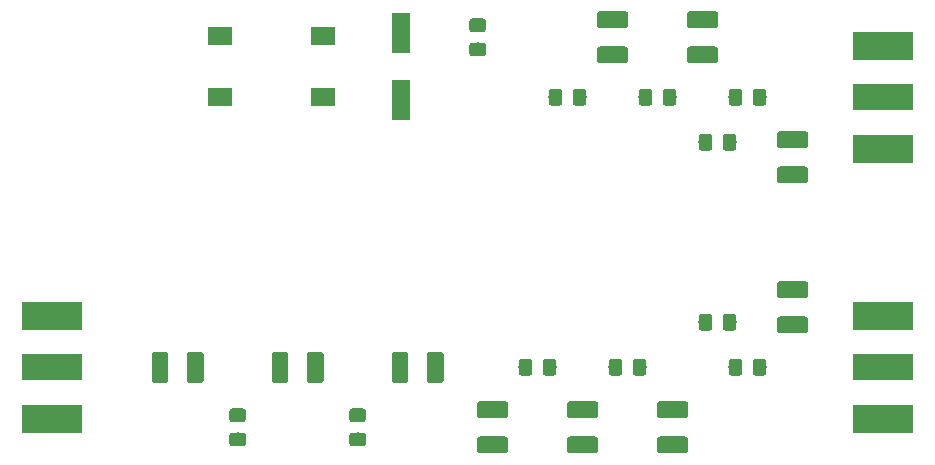
<source format=gtp>
G04 #@! TF.GenerationSoftware,KiCad,Pcbnew,(6.0.0-rc1-dev-163-g630631b41)*
G04 #@! TF.CreationDate,2018-08-07T22:42:02+02:00*
G04 #@! TF.ProjectId,diplexer,6469706C657865722E6B696361645F70,rev?*
G04 #@! TF.SameCoordinates,PX7270e00PY29020c0*
G04 #@! TF.FileFunction,Paste,Top*
G04 #@! TF.FilePolarity,Positive*
%FSLAX46Y46*%
G04 Gerber Fmt 4.6, Leading zero omitted, Abs format (unit mm)*
G04 Created by KiCad (PCBNEW (6.0.0-rc1-dev-163-g630631b41)) date Tue Aug  7 22:42:02 2018*
%MOMM*%
%LPD*%
G01*
G04 APERTURE LIST*
%ADD10R,1.600000X3.500000*%
%ADD11C,0.100000*%
%ADD12C,1.150000*%
%ADD13C,1.425000*%
%ADD14R,5.080000X2.290000*%
%ADD15R,5.080000X2.420000*%
%ADD16R,2.000000X1.500000*%
G04 APERTURE END LIST*
D10*
G04 #@! TO.C,C1*
X32270000Y-11800000D03*
X32270000Y-6200000D03*
G04 #@! TD*
D11*
G04 #@! TO.C,C2*
G36*
X47744505Y-10911204D02*
X47768773Y-10914804D01*
X47792572Y-10920765D01*
X47815671Y-10929030D01*
X47837850Y-10939520D01*
X47858893Y-10952132D01*
X47878599Y-10966747D01*
X47896777Y-10983223D01*
X47913253Y-11001401D01*
X47927868Y-11021107D01*
X47940480Y-11042150D01*
X47950970Y-11064329D01*
X47959235Y-11087428D01*
X47965196Y-11111227D01*
X47968796Y-11135495D01*
X47970000Y-11159999D01*
X47970000Y-12060001D01*
X47968796Y-12084505D01*
X47965196Y-12108773D01*
X47959235Y-12132572D01*
X47950970Y-12155671D01*
X47940480Y-12177850D01*
X47927868Y-12198893D01*
X47913253Y-12218599D01*
X47896777Y-12236777D01*
X47878599Y-12253253D01*
X47858893Y-12267868D01*
X47837850Y-12280480D01*
X47815671Y-12290970D01*
X47792572Y-12299235D01*
X47768773Y-12305196D01*
X47744505Y-12308796D01*
X47720001Y-12310000D01*
X47069999Y-12310000D01*
X47045495Y-12308796D01*
X47021227Y-12305196D01*
X46997428Y-12299235D01*
X46974329Y-12290970D01*
X46952150Y-12280480D01*
X46931107Y-12267868D01*
X46911401Y-12253253D01*
X46893223Y-12236777D01*
X46876747Y-12218599D01*
X46862132Y-12198893D01*
X46849520Y-12177850D01*
X46839030Y-12155671D01*
X46830765Y-12132572D01*
X46824804Y-12108773D01*
X46821204Y-12084505D01*
X46820000Y-12060001D01*
X46820000Y-11159999D01*
X46821204Y-11135495D01*
X46824804Y-11111227D01*
X46830765Y-11087428D01*
X46839030Y-11064329D01*
X46849520Y-11042150D01*
X46862132Y-11021107D01*
X46876747Y-11001401D01*
X46893223Y-10983223D01*
X46911401Y-10966747D01*
X46931107Y-10952132D01*
X46952150Y-10939520D01*
X46974329Y-10929030D01*
X46997428Y-10920765D01*
X47021227Y-10914804D01*
X47045495Y-10911204D01*
X47069999Y-10910000D01*
X47720001Y-10910000D01*
X47744505Y-10911204D01*
X47744505Y-10911204D01*
G37*
D12*
X47395000Y-11610000D03*
D11*
G36*
X45694505Y-10911204D02*
X45718773Y-10914804D01*
X45742572Y-10920765D01*
X45765671Y-10929030D01*
X45787850Y-10939520D01*
X45808893Y-10952132D01*
X45828599Y-10966747D01*
X45846777Y-10983223D01*
X45863253Y-11001401D01*
X45877868Y-11021107D01*
X45890480Y-11042150D01*
X45900970Y-11064329D01*
X45909235Y-11087428D01*
X45915196Y-11111227D01*
X45918796Y-11135495D01*
X45920000Y-11159999D01*
X45920000Y-12060001D01*
X45918796Y-12084505D01*
X45915196Y-12108773D01*
X45909235Y-12132572D01*
X45900970Y-12155671D01*
X45890480Y-12177850D01*
X45877868Y-12198893D01*
X45863253Y-12218599D01*
X45846777Y-12236777D01*
X45828599Y-12253253D01*
X45808893Y-12267868D01*
X45787850Y-12280480D01*
X45765671Y-12290970D01*
X45742572Y-12299235D01*
X45718773Y-12305196D01*
X45694505Y-12308796D01*
X45670001Y-12310000D01*
X45019999Y-12310000D01*
X44995495Y-12308796D01*
X44971227Y-12305196D01*
X44947428Y-12299235D01*
X44924329Y-12290970D01*
X44902150Y-12280480D01*
X44881107Y-12267868D01*
X44861401Y-12253253D01*
X44843223Y-12236777D01*
X44826747Y-12218599D01*
X44812132Y-12198893D01*
X44799520Y-12177850D01*
X44789030Y-12155671D01*
X44780765Y-12132572D01*
X44774804Y-12108773D01*
X44771204Y-12084505D01*
X44770000Y-12060001D01*
X44770000Y-11159999D01*
X44771204Y-11135495D01*
X44774804Y-11111227D01*
X44780765Y-11087428D01*
X44789030Y-11064329D01*
X44799520Y-11042150D01*
X44812132Y-11021107D01*
X44826747Y-11001401D01*
X44843223Y-10983223D01*
X44861401Y-10966747D01*
X44881107Y-10952132D01*
X44902150Y-10939520D01*
X44924329Y-10929030D01*
X44947428Y-10920765D01*
X44971227Y-10914804D01*
X44995495Y-10911204D01*
X45019999Y-10910000D01*
X45670001Y-10910000D01*
X45694505Y-10911204D01*
X45694505Y-10911204D01*
G37*
D12*
X45345000Y-11610000D03*
G04 #@! TD*
D11*
G04 #@! TO.C,C3*
G36*
X39224505Y-4931204D02*
X39248773Y-4934804D01*
X39272572Y-4940765D01*
X39295671Y-4949030D01*
X39317850Y-4959520D01*
X39338893Y-4972132D01*
X39358599Y-4986747D01*
X39376777Y-5003223D01*
X39393253Y-5021401D01*
X39407868Y-5041107D01*
X39420480Y-5062150D01*
X39430970Y-5084329D01*
X39439235Y-5107428D01*
X39445196Y-5131227D01*
X39448796Y-5155495D01*
X39450000Y-5179999D01*
X39450000Y-5830001D01*
X39448796Y-5854505D01*
X39445196Y-5878773D01*
X39439235Y-5902572D01*
X39430970Y-5925671D01*
X39420480Y-5947850D01*
X39407868Y-5968893D01*
X39393253Y-5988599D01*
X39376777Y-6006777D01*
X39358599Y-6023253D01*
X39338893Y-6037868D01*
X39317850Y-6050480D01*
X39295671Y-6060970D01*
X39272572Y-6069235D01*
X39248773Y-6075196D01*
X39224505Y-6078796D01*
X39200001Y-6080000D01*
X38299999Y-6080000D01*
X38275495Y-6078796D01*
X38251227Y-6075196D01*
X38227428Y-6069235D01*
X38204329Y-6060970D01*
X38182150Y-6050480D01*
X38161107Y-6037868D01*
X38141401Y-6023253D01*
X38123223Y-6006777D01*
X38106747Y-5988599D01*
X38092132Y-5968893D01*
X38079520Y-5947850D01*
X38069030Y-5925671D01*
X38060765Y-5902572D01*
X38054804Y-5878773D01*
X38051204Y-5854505D01*
X38050000Y-5830001D01*
X38050000Y-5179999D01*
X38051204Y-5155495D01*
X38054804Y-5131227D01*
X38060765Y-5107428D01*
X38069030Y-5084329D01*
X38079520Y-5062150D01*
X38092132Y-5041107D01*
X38106747Y-5021401D01*
X38123223Y-5003223D01*
X38141401Y-4986747D01*
X38161107Y-4972132D01*
X38182150Y-4959520D01*
X38204329Y-4949030D01*
X38227428Y-4940765D01*
X38251227Y-4934804D01*
X38275495Y-4931204D01*
X38299999Y-4930000D01*
X39200001Y-4930000D01*
X39224505Y-4931204D01*
X39224505Y-4931204D01*
G37*
D12*
X38750000Y-5505000D03*
D11*
G36*
X39224505Y-6981204D02*
X39248773Y-6984804D01*
X39272572Y-6990765D01*
X39295671Y-6999030D01*
X39317850Y-7009520D01*
X39338893Y-7022132D01*
X39358599Y-7036747D01*
X39376777Y-7053223D01*
X39393253Y-7071401D01*
X39407868Y-7091107D01*
X39420480Y-7112150D01*
X39430970Y-7134329D01*
X39439235Y-7157428D01*
X39445196Y-7181227D01*
X39448796Y-7205495D01*
X39450000Y-7229999D01*
X39450000Y-7880001D01*
X39448796Y-7904505D01*
X39445196Y-7928773D01*
X39439235Y-7952572D01*
X39430970Y-7975671D01*
X39420480Y-7997850D01*
X39407868Y-8018893D01*
X39393253Y-8038599D01*
X39376777Y-8056777D01*
X39358599Y-8073253D01*
X39338893Y-8087868D01*
X39317850Y-8100480D01*
X39295671Y-8110970D01*
X39272572Y-8119235D01*
X39248773Y-8125196D01*
X39224505Y-8128796D01*
X39200001Y-8130000D01*
X38299999Y-8130000D01*
X38275495Y-8128796D01*
X38251227Y-8125196D01*
X38227428Y-8119235D01*
X38204329Y-8110970D01*
X38182150Y-8100480D01*
X38161107Y-8087868D01*
X38141401Y-8073253D01*
X38123223Y-8056777D01*
X38106747Y-8038599D01*
X38092132Y-8018893D01*
X38079520Y-7997850D01*
X38069030Y-7975671D01*
X38060765Y-7952572D01*
X38054804Y-7928773D01*
X38051204Y-7904505D01*
X38050000Y-7880001D01*
X38050000Y-7229999D01*
X38051204Y-7205495D01*
X38054804Y-7181227D01*
X38060765Y-7157428D01*
X38069030Y-7134329D01*
X38079520Y-7112150D01*
X38092132Y-7091107D01*
X38106747Y-7071401D01*
X38123223Y-7053223D01*
X38141401Y-7036747D01*
X38161107Y-7022132D01*
X38182150Y-7009520D01*
X38204329Y-6999030D01*
X38227428Y-6990765D01*
X38251227Y-6984804D01*
X38275495Y-6981204D01*
X38299999Y-6980000D01*
X39200001Y-6980000D01*
X39224505Y-6981204D01*
X39224505Y-6981204D01*
G37*
D12*
X38750000Y-7555000D03*
G04 #@! TD*
D11*
G04 #@! TO.C,C4*
G36*
X18904505Y-37951204D02*
X18928773Y-37954804D01*
X18952572Y-37960765D01*
X18975671Y-37969030D01*
X18997850Y-37979520D01*
X19018893Y-37992132D01*
X19038599Y-38006747D01*
X19056777Y-38023223D01*
X19073253Y-38041401D01*
X19087868Y-38061107D01*
X19100480Y-38082150D01*
X19110970Y-38104329D01*
X19119235Y-38127428D01*
X19125196Y-38151227D01*
X19128796Y-38175495D01*
X19130000Y-38199999D01*
X19130000Y-38850001D01*
X19128796Y-38874505D01*
X19125196Y-38898773D01*
X19119235Y-38922572D01*
X19110970Y-38945671D01*
X19100480Y-38967850D01*
X19087868Y-38988893D01*
X19073253Y-39008599D01*
X19056777Y-39026777D01*
X19038599Y-39043253D01*
X19018893Y-39057868D01*
X18997850Y-39070480D01*
X18975671Y-39080970D01*
X18952572Y-39089235D01*
X18928773Y-39095196D01*
X18904505Y-39098796D01*
X18880001Y-39100000D01*
X17979999Y-39100000D01*
X17955495Y-39098796D01*
X17931227Y-39095196D01*
X17907428Y-39089235D01*
X17884329Y-39080970D01*
X17862150Y-39070480D01*
X17841107Y-39057868D01*
X17821401Y-39043253D01*
X17803223Y-39026777D01*
X17786747Y-39008599D01*
X17772132Y-38988893D01*
X17759520Y-38967850D01*
X17749030Y-38945671D01*
X17740765Y-38922572D01*
X17734804Y-38898773D01*
X17731204Y-38874505D01*
X17730000Y-38850001D01*
X17730000Y-38199999D01*
X17731204Y-38175495D01*
X17734804Y-38151227D01*
X17740765Y-38127428D01*
X17749030Y-38104329D01*
X17759520Y-38082150D01*
X17772132Y-38061107D01*
X17786747Y-38041401D01*
X17803223Y-38023223D01*
X17821401Y-38006747D01*
X17841107Y-37992132D01*
X17862150Y-37979520D01*
X17884329Y-37969030D01*
X17907428Y-37960765D01*
X17931227Y-37954804D01*
X17955495Y-37951204D01*
X17979999Y-37950000D01*
X18880001Y-37950000D01*
X18904505Y-37951204D01*
X18904505Y-37951204D01*
G37*
D12*
X18430000Y-38525000D03*
D11*
G36*
X18904505Y-40001204D02*
X18928773Y-40004804D01*
X18952572Y-40010765D01*
X18975671Y-40019030D01*
X18997850Y-40029520D01*
X19018893Y-40042132D01*
X19038599Y-40056747D01*
X19056777Y-40073223D01*
X19073253Y-40091401D01*
X19087868Y-40111107D01*
X19100480Y-40132150D01*
X19110970Y-40154329D01*
X19119235Y-40177428D01*
X19125196Y-40201227D01*
X19128796Y-40225495D01*
X19130000Y-40249999D01*
X19130000Y-40900001D01*
X19128796Y-40924505D01*
X19125196Y-40948773D01*
X19119235Y-40972572D01*
X19110970Y-40995671D01*
X19100480Y-41017850D01*
X19087868Y-41038893D01*
X19073253Y-41058599D01*
X19056777Y-41076777D01*
X19038599Y-41093253D01*
X19018893Y-41107868D01*
X18997850Y-41120480D01*
X18975671Y-41130970D01*
X18952572Y-41139235D01*
X18928773Y-41145196D01*
X18904505Y-41148796D01*
X18880001Y-41150000D01*
X17979999Y-41150000D01*
X17955495Y-41148796D01*
X17931227Y-41145196D01*
X17907428Y-41139235D01*
X17884329Y-41130970D01*
X17862150Y-41120480D01*
X17841107Y-41107868D01*
X17821401Y-41093253D01*
X17803223Y-41076777D01*
X17786747Y-41058599D01*
X17772132Y-41038893D01*
X17759520Y-41017850D01*
X17749030Y-40995671D01*
X17740765Y-40972572D01*
X17734804Y-40948773D01*
X17731204Y-40924505D01*
X17730000Y-40900001D01*
X17730000Y-40249999D01*
X17731204Y-40225495D01*
X17734804Y-40201227D01*
X17740765Y-40177428D01*
X17749030Y-40154329D01*
X17759520Y-40132150D01*
X17772132Y-40111107D01*
X17786747Y-40091401D01*
X17803223Y-40073223D01*
X17821401Y-40056747D01*
X17841107Y-40042132D01*
X17862150Y-40029520D01*
X17884329Y-40019030D01*
X17907428Y-40010765D01*
X17931227Y-40004804D01*
X17955495Y-40001204D01*
X17979999Y-40000000D01*
X18880001Y-40000000D01*
X18904505Y-40001204D01*
X18904505Y-40001204D01*
G37*
D12*
X18430000Y-40575000D03*
G04 #@! TD*
D11*
G04 #@! TO.C,C5*
G36*
X53314505Y-10911204D02*
X53338773Y-10914804D01*
X53362572Y-10920765D01*
X53385671Y-10929030D01*
X53407850Y-10939520D01*
X53428893Y-10952132D01*
X53448599Y-10966747D01*
X53466777Y-10983223D01*
X53483253Y-11001401D01*
X53497868Y-11021107D01*
X53510480Y-11042150D01*
X53520970Y-11064329D01*
X53529235Y-11087428D01*
X53535196Y-11111227D01*
X53538796Y-11135495D01*
X53540000Y-11159999D01*
X53540000Y-12060001D01*
X53538796Y-12084505D01*
X53535196Y-12108773D01*
X53529235Y-12132572D01*
X53520970Y-12155671D01*
X53510480Y-12177850D01*
X53497868Y-12198893D01*
X53483253Y-12218599D01*
X53466777Y-12236777D01*
X53448599Y-12253253D01*
X53428893Y-12267868D01*
X53407850Y-12280480D01*
X53385671Y-12290970D01*
X53362572Y-12299235D01*
X53338773Y-12305196D01*
X53314505Y-12308796D01*
X53290001Y-12310000D01*
X52639999Y-12310000D01*
X52615495Y-12308796D01*
X52591227Y-12305196D01*
X52567428Y-12299235D01*
X52544329Y-12290970D01*
X52522150Y-12280480D01*
X52501107Y-12267868D01*
X52481401Y-12253253D01*
X52463223Y-12236777D01*
X52446747Y-12218599D01*
X52432132Y-12198893D01*
X52419520Y-12177850D01*
X52409030Y-12155671D01*
X52400765Y-12132572D01*
X52394804Y-12108773D01*
X52391204Y-12084505D01*
X52390000Y-12060001D01*
X52390000Y-11159999D01*
X52391204Y-11135495D01*
X52394804Y-11111227D01*
X52400765Y-11087428D01*
X52409030Y-11064329D01*
X52419520Y-11042150D01*
X52432132Y-11021107D01*
X52446747Y-11001401D01*
X52463223Y-10983223D01*
X52481401Y-10966747D01*
X52501107Y-10952132D01*
X52522150Y-10939520D01*
X52544329Y-10929030D01*
X52567428Y-10920765D01*
X52591227Y-10914804D01*
X52615495Y-10911204D01*
X52639999Y-10910000D01*
X53290001Y-10910000D01*
X53314505Y-10911204D01*
X53314505Y-10911204D01*
G37*
D12*
X52965000Y-11610000D03*
D11*
G36*
X55364505Y-10911204D02*
X55388773Y-10914804D01*
X55412572Y-10920765D01*
X55435671Y-10929030D01*
X55457850Y-10939520D01*
X55478893Y-10952132D01*
X55498599Y-10966747D01*
X55516777Y-10983223D01*
X55533253Y-11001401D01*
X55547868Y-11021107D01*
X55560480Y-11042150D01*
X55570970Y-11064329D01*
X55579235Y-11087428D01*
X55585196Y-11111227D01*
X55588796Y-11135495D01*
X55590000Y-11159999D01*
X55590000Y-12060001D01*
X55588796Y-12084505D01*
X55585196Y-12108773D01*
X55579235Y-12132572D01*
X55570970Y-12155671D01*
X55560480Y-12177850D01*
X55547868Y-12198893D01*
X55533253Y-12218599D01*
X55516777Y-12236777D01*
X55498599Y-12253253D01*
X55478893Y-12267868D01*
X55457850Y-12280480D01*
X55435671Y-12290970D01*
X55412572Y-12299235D01*
X55388773Y-12305196D01*
X55364505Y-12308796D01*
X55340001Y-12310000D01*
X54689999Y-12310000D01*
X54665495Y-12308796D01*
X54641227Y-12305196D01*
X54617428Y-12299235D01*
X54594329Y-12290970D01*
X54572150Y-12280480D01*
X54551107Y-12267868D01*
X54531401Y-12253253D01*
X54513223Y-12236777D01*
X54496747Y-12218599D01*
X54482132Y-12198893D01*
X54469520Y-12177850D01*
X54459030Y-12155671D01*
X54450765Y-12132572D01*
X54444804Y-12108773D01*
X54441204Y-12084505D01*
X54440000Y-12060001D01*
X54440000Y-11159999D01*
X54441204Y-11135495D01*
X54444804Y-11111227D01*
X54450765Y-11087428D01*
X54459030Y-11064329D01*
X54469520Y-11042150D01*
X54482132Y-11021107D01*
X54496747Y-11001401D01*
X54513223Y-10983223D01*
X54531401Y-10966747D01*
X54551107Y-10952132D01*
X54572150Y-10939520D01*
X54594329Y-10929030D01*
X54617428Y-10920765D01*
X54641227Y-10914804D01*
X54665495Y-10911204D01*
X54689999Y-10910000D01*
X55340001Y-10910000D01*
X55364505Y-10911204D01*
X55364505Y-10911204D01*
G37*
D12*
X55015000Y-11610000D03*
G04 #@! TD*
D11*
G04 #@! TO.C,C6*
G36*
X62984505Y-10911204D02*
X63008773Y-10914804D01*
X63032572Y-10920765D01*
X63055671Y-10929030D01*
X63077850Y-10939520D01*
X63098893Y-10952132D01*
X63118599Y-10966747D01*
X63136777Y-10983223D01*
X63153253Y-11001401D01*
X63167868Y-11021107D01*
X63180480Y-11042150D01*
X63190970Y-11064329D01*
X63199235Y-11087428D01*
X63205196Y-11111227D01*
X63208796Y-11135495D01*
X63210000Y-11159999D01*
X63210000Y-12060001D01*
X63208796Y-12084505D01*
X63205196Y-12108773D01*
X63199235Y-12132572D01*
X63190970Y-12155671D01*
X63180480Y-12177850D01*
X63167868Y-12198893D01*
X63153253Y-12218599D01*
X63136777Y-12236777D01*
X63118599Y-12253253D01*
X63098893Y-12267868D01*
X63077850Y-12280480D01*
X63055671Y-12290970D01*
X63032572Y-12299235D01*
X63008773Y-12305196D01*
X62984505Y-12308796D01*
X62960001Y-12310000D01*
X62309999Y-12310000D01*
X62285495Y-12308796D01*
X62261227Y-12305196D01*
X62237428Y-12299235D01*
X62214329Y-12290970D01*
X62192150Y-12280480D01*
X62171107Y-12267868D01*
X62151401Y-12253253D01*
X62133223Y-12236777D01*
X62116747Y-12218599D01*
X62102132Y-12198893D01*
X62089520Y-12177850D01*
X62079030Y-12155671D01*
X62070765Y-12132572D01*
X62064804Y-12108773D01*
X62061204Y-12084505D01*
X62060000Y-12060001D01*
X62060000Y-11159999D01*
X62061204Y-11135495D01*
X62064804Y-11111227D01*
X62070765Y-11087428D01*
X62079030Y-11064329D01*
X62089520Y-11042150D01*
X62102132Y-11021107D01*
X62116747Y-11001401D01*
X62133223Y-10983223D01*
X62151401Y-10966747D01*
X62171107Y-10952132D01*
X62192150Y-10939520D01*
X62214329Y-10929030D01*
X62237428Y-10920765D01*
X62261227Y-10914804D01*
X62285495Y-10911204D01*
X62309999Y-10910000D01*
X62960001Y-10910000D01*
X62984505Y-10911204D01*
X62984505Y-10911204D01*
G37*
D12*
X62635000Y-11610000D03*
D11*
G36*
X60934505Y-10911204D02*
X60958773Y-10914804D01*
X60982572Y-10920765D01*
X61005671Y-10929030D01*
X61027850Y-10939520D01*
X61048893Y-10952132D01*
X61068599Y-10966747D01*
X61086777Y-10983223D01*
X61103253Y-11001401D01*
X61117868Y-11021107D01*
X61130480Y-11042150D01*
X61140970Y-11064329D01*
X61149235Y-11087428D01*
X61155196Y-11111227D01*
X61158796Y-11135495D01*
X61160000Y-11159999D01*
X61160000Y-12060001D01*
X61158796Y-12084505D01*
X61155196Y-12108773D01*
X61149235Y-12132572D01*
X61140970Y-12155671D01*
X61130480Y-12177850D01*
X61117868Y-12198893D01*
X61103253Y-12218599D01*
X61086777Y-12236777D01*
X61068599Y-12253253D01*
X61048893Y-12267868D01*
X61027850Y-12280480D01*
X61005671Y-12290970D01*
X60982572Y-12299235D01*
X60958773Y-12305196D01*
X60934505Y-12308796D01*
X60910001Y-12310000D01*
X60259999Y-12310000D01*
X60235495Y-12308796D01*
X60211227Y-12305196D01*
X60187428Y-12299235D01*
X60164329Y-12290970D01*
X60142150Y-12280480D01*
X60121107Y-12267868D01*
X60101401Y-12253253D01*
X60083223Y-12236777D01*
X60066747Y-12218599D01*
X60052132Y-12198893D01*
X60039520Y-12177850D01*
X60029030Y-12155671D01*
X60020765Y-12132572D01*
X60014804Y-12108773D01*
X60011204Y-12084505D01*
X60010000Y-12060001D01*
X60010000Y-11159999D01*
X60011204Y-11135495D01*
X60014804Y-11111227D01*
X60020765Y-11087428D01*
X60029030Y-11064329D01*
X60039520Y-11042150D01*
X60052132Y-11021107D01*
X60066747Y-11001401D01*
X60083223Y-10983223D01*
X60101401Y-10966747D01*
X60121107Y-10952132D01*
X60142150Y-10939520D01*
X60164329Y-10929030D01*
X60187428Y-10920765D01*
X60211227Y-10914804D01*
X60235495Y-10911204D01*
X60259999Y-10910000D01*
X60910001Y-10910000D01*
X60934505Y-10911204D01*
X60934505Y-10911204D01*
G37*
D12*
X60585000Y-11610000D03*
G04 #@! TD*
D11*
G04 #@! TO.C,C7*
G36*
X29064505Y-40001204D02*
X29088773Y-40004804D01*
X29112572Y-40010765D01*
X29135671Y-40019030D01*
X29157850Y-40029520D01*
X29178893Y-40042132D01*
X29198599Y-40056747D01*
X29216777Y-40073223D01*
X29233253Y-40091401D01*
X29247868Y-40111107D01*
X29260480Y-40132150D01*
X29270970Y-40154329D01*
X29279235Y-40177428D01*
X29285196Y-40201227D01*
X29288796Y-40225495D01*
X29290000Y-40249999D01*
X29290000Y-40900001D01*
X29288796Y-40924505D01*
X29285196Y-40948773D01*
X29279235Y-40972572D01*
X29270970Y-40995671D01*
X29260480Y-41017850D01*
X29247868Y-41038893D01*
X29233253Y-41058599D01*
X29216777Y-41076777D01*
X29198599Y-41093253D01*
X29178893Y-41107868D01*
X29157850Y-41120480D01*
X29135671Y-41130970D01*
X29112572Y-41139235D01*
X29088773Y-41145196D01*
X29064505Y-41148796D01*
X29040001Y-41150000D01*
X28139999Y-41150000D01*
X28115495Y-41148796D01*
X28091227Y-41145196D01*
X28067428Y-41139235D01*
X28044329Y-41130970D01*
X28022150Y-41120480D01*
X28001107Y-41107868D01*
X27981401Y-41093253D01*
X27963223Y-41076777D01*
X27946747Y-41058599D01*
X27932132Y-41038893D01*
X27919520Y-41017850D01*
X27909030Y-40995671D01*
X27900765Y-40972572D01*
X27894804Y-40948773D01*
X27891204Y-40924505D01*
X27890000Y-40900001D01*
X27890000Y-40249999D01*
X27891204Y-40225495D01*
X27894804Y-40201227D01*
X27900765Y-40177428D01*
X27909030Y-40154329D01*
X27919520Y-40132150D01*
X27932132Y-40111107D01*
X27946747Y-40091401D01*
X27963223Y-40073223D01*
X27981401Y-40056747D01*
X28001107Y-40042132D01*
X28022150Y-40029520D01*
X28044329Y-40019030D01*
X28067428Y-40010765D01*
X28091227Y-40004804D01*
X28115495Y-40001204D01*
X28139999Y-40000000D01*
X29040001Y-40000000D01*
X29064505Y-40001204D01*
X29064505Y-40001204D01*
G37*
D12*
X28590000Y-40575000D03*
D11*
G36*
X29064505Y-37951204D02*
X29088773Y-37954804D01*
X29112572Y-37960765D01*
X29135671Y-37969030D01*
X29157850Y-37979520D01*
X29178893Y-37992132D01*
X29198599Y-38006747D01*
X29216777Y-38023223D01*
X29233253Y-38041401D01*
X29247868Y-38061107D01*
X29260480Y-38082150D01*
X29270970Y-38104329D01*
X29279235Y-38127428D01*
X29285196Y-38151227D01*
X29288796Y-38175495D01*
X29290000Y-38199999D01*
X29290000Y-38850001D01*
X29288796Y-38874505D01*
X29285196Y-38898773D01*
X29279235Y-38922572D01*
X29270970Y-38945671D01*
X29260480Y-38967850D01*
X29247868Y-38988893D01*
X29233253Y-39008599D01*
X29216777Y-39026777D01*
X29198599Y-39043253D01*
X29178893Y-39057868D01*
X29157850Y-39070480D01*
X29135671Y-39080970D01*
X29112572Y-39089235D01*
X29088773Y-39095196D01*
X29064505Y-39098796D01*
X29040001Y-39100000D01*
X28139999Y-39100000D01*
X28115495Y-39098796D01*
X28091227Y-39095196D01*
X28067428Y-39089235D01*
X28044329Y-39080970D01*
X28022150Y-39070480D01*
X28001107Y-39057868D01*
X27981401Y-39043253D01*
X27963223Y-39026777D01*
X27946747Y-39008599D01*
X27932132Y-38988893D01*
X27919520Y-38967850D01*
X27909030Y-38945671D01*
X27900765Y-38922572D01*
X27894804Y-38898773D01*
X27891204Y-38874505D01*
X27890000Y-38850001D01*
X27890000Y-38199999D01*
X27891204Y-38175495D01*
X27894804Y-38151227D01*
X27900765Y-38127428D01*
X27909030Y-38104329D01*
X27919520Y-38082150D01*
X27932132Y-38061107D01*
X27946747Y-38041401D01*
X27963223Y-38023223D01*
X27981401Y-38006747D01*
X28001107Y-37992132D01*
X28022150Y-37979520D01*
X28044329Y-37969030D01*
X28067428Y-37960765D01*
X28091227Y-37954804D01*
X28115495Y-37951204D01*
X28139999Y-37950000D01*
X29040001Y-37950000D01*
X29064505Y-37951204D01*
X29064505Y-37951204D01*
G37*
D12*
X28590000Y-38525000D03*
G04 #@! TD*
D11*
G04 #@! TO.C,C8*
G36*
X60444505Y-14721204D02*
X60468773Y-14724804D01*
X60492572Y-14730765D01*
X60515671Y-14739030D01*
X60537850Y-14749520D01*
X60558893Y-14762132D01*
X60578599Y-14776747D01*
X60596777Y-14793223D01*
X60613253Y-14811401D01*
X60627868Y-14831107D01*
X60640480Y-14852150D01*
X60650970Y-14874329D01*
X60659235Y-14897428D01*
X60665196Y-14921227D01*
X60668796Y-14945495D01*
X60670000Y-14969999D01*
X60670000Y-15870001D01*
X60668796Y-15894505D01*
X60665196Y-15918773D01*
X60659235Y-15942572D01*
X60650970Y-15965671D01*
X60640480Y-15987850D01*
X60627868Y-16008893D01*
X60613253Y-16028599D01*
X60596777Y-16046777D01*
X60578599Y-16063253D01*
X60558893Y-16077868D01*
X60537850Y-16090480D01*
X60515671Y-16100970D01*
X60492572Y-16109235D01*
X60468773Y-16115196D01*
X60444505Y-16118796D01*
X60420001Y-16120000D01*
X59769999Y-16120000D01*
X59745495Y-16118796D01*
X59721227Y-16115196D01*
X59697428Y-16109235D01*
X59674329Y-16100970D01*
X59652150Y-16090480D01*
X59631107Y-16077868D01*
X59611401Y-16063253D01*
X59593223Y-16046777D01*
X59576747Y-16028599D01*
X59562132Y-16008893D01*
X59549520Y-15987850D01*
X59539030Y-15965671D01*
X59530765Y-15942572D01*
X59524804Y-15918773D01*
X59521204Y-15894505D01*
X59520000Y-15870001D01*
X59520000Y-14969999D01*
X59521204Y-14945495D01*
X59524804Y-14921227D01*
X59530765Y-14897428D01*
X59539030Y-14874329D01*
X59549520Y-14852150D01*
X59562132Y-14831107D01*
X59576747Y-14811401D01*
X59593223Y-14793223D01*
X59611401Y-14776747D01*
X59631107Y-14762132D01*
X59652150Y-14749520D01*
X59674329Y-14739030D01*
X59697428Y-14730765D01*
X59721227Y-14724804D01*
X59745495Y-14721204D01*
X59769999Y-14720000D01*
X60420001Y-14720000D01*
X60444505Y-14721204D01*
X60444505Y-14721204D01*
G37*
D12*
X60095000Y-15420000D03*
D11*
G36*
X58394505Y-14721204D02*
X58418773Y-14724804D01*
X58442572Y-14730765D01*
X58465671Y-14739030D01*
X58487850Y-14749520D01*
X58508893Y-14762132D01*
X58528599Y-14776747D01*
X58546777Y-14793223D01*
X58563253Y-14811401D01*
X58577868Y-14831107D01*
X58590480Y-14852150D01*
X58600970Y-14874329D01*
X58609235Y-14897428D01*
X58615196Y-14921227D01*
X58618796Y-14945495D01*
X58620000Y-14969999D01*
X58620000Y-15870001D01*
X58618796Y-15894505D01*
X58615196Y-15918773D01*
X58609235Y-15942572D01*
X58600970Y-15965671D01*
X58590480Y-15987850D01*
X58577868Y-16008893D01*
X58563253Y-16028599D01*
X58546777Y-16046777D01*
X58528599Y-16063253D01*
X58508893Y-16077868D01*
X58487850Y-16090480D01*
X58465671Y-16100970D01*
X58442572Y-16109235D01*
X58418773Y-16115196D01*
X58394505Y-16118796D01*
X58370001Y-16120000D01*
X57719999Y-16120000D01*
X57695495Y-16118796D01*
X57671227Y-16115196D01*
X57647428Y-16109235D01*
X57624329Y-16100970D01*
X57602150Y-16090480D01*
X57581107Y-16077868D01*
X57561401Y-16063253D01*
X57543223Y-16046777D01*
X57526747Y-16028599D01*
X57512132Y-16008893D01*
X57499520Y-15987850D01*
X57489030Y-15965671D01*
X57480765Y-15942572D01*
X57474804Y-15918773D01*
X57471204Y-15894505D01*
X57470000Y-15870001D01*
X57470000Y-14969999D01*
X57471204Y-14945495D01*
X57474804Y-14921227D01*
X57480765Y-14897428D01*
X57489030Y-14874329D01*
X57499520Y-14852150D01*
X57512132Y-14831107D01*
X57526747Y-14811401D01*
X57543223Y-14793223D01*
X57561401Y-14776747D01*
X57581107Y-14762132D01*
X57602150Y-14749520D01*
X57624329Y-14739030D01*
X57647428Y-14730765D01*
X57671227Y-14724804D01*
X57695495Y-14721204D01*
X57719999Y-14720000D01*
X58370001Y-14720000D01*
X58394505Y-14721204D01*
X58394505Y-14721204D01*
G37*
D12*
X58045000Y-15420000D03*
G04 #@! TD*
D11*
G04 #@! TO.C,C9*
G36*
X43154505Y-33771204D02*
X43178773Y-33774804D01*
X43202572Y-33780765D01*
X43225671Y-33789030D01*
X43247850Y-33799520D01*
X43268893Y-33812132D01*
X43288599Y-33826747D01*
X43306777Y-33843223D01*
X43323253Y-33861401D01*
X43337868Y-33881107D01*
X43350480Y-33902150D01*
X43360970Y-33924329D01*
X43369235Y-33947428D01*
X43375196Y-33971227D01*
X43378796Y-33995495D01*
X43380000Y-34019999D01*
X43380000Y-34920001D01*
X43378796Y-34944505D01*
X43375196Y-34968773D01*
X43369235Y-34992572D01*
X43360970Y-35015671D01*
X43350480Y-35037850D01*
X43337868Y-35058893D01*
X43323253Y-35078599D01*
X43306777Y-35096777D01*
X43288599Y-35113253D01*
X43268893Y-35127868D01*
X43247850Y-35140480D01*
X43225671Y-35150970D01*
X43202572Y-35159235D01*
X43178773Y-35165196D01*
X43154505Y-35168796D01*
X43130001Y-35170000D01*
X42479999Y-35170000D01*
X42455495Y-35168796D01*
X42431227Y-35165196D01*
X42407428Y-35159235D01*
X42384329Y-35150970D01*
X42362150Y-35140480D01*
X42341107Y-35127868D01*
X42321401Y-35113253D01*
X42303223Y-35096777D01*
X42286747Y-35078599D01*
X42272132Y-35058893D01*
X42259520Y-35037850D01*
X42249030Y-35015671D01*
X42240765Y-34992572D01*
X42234804Y-34968773D01*
X42231204Y-34944505D01*
X42230000Y-34920001D01*
X42230000Y-34019999D01*
X42231204Y-33995495D01*
X42234804Y-33971227D01*
X42240765Y-33947428D01*
X42249030Y-33924329D01*
X42259520Y-33902150D01*
X42272132Y-33881107D01*
X42286747Y-33861401D01*
X42303223Y-33843223D01*
X42321401Y-33826747D01*
X42341107Y-33812132D01*
X42362150Y-33799520D01*
X42384329Y-33789030D01*
X42407428Y-33780765D01*
X42431227Y-33774804D01*
X42455495Y-33771204D01*
X42479999Y-33770000D01*
X43130001Y-33770000D01*
X43154505Y-33771204D01*
X43154505Y-33771204D01*
G37*
D12*
X42805000Y-34470000D03*
D11*
G36*
X45204505Y-33771204D02*
X45228773Y-33774804D01*
X45252572Y-33780765D01*
X45275671Y-33789030D01*
X45297850Y-33799520D01*
X45318893Y-33812132D01*
X45338599Y-33826747D01*
X45356777Y-33843223D01*
X45373253Y-33861401D01*
X45387868Y-33881107D01*
X45400480Y-33902150D01*
X45410970Y-33924329D01*
X45419235Y-33947428D01*
X45425196Y-33971227D01*
X45428796Y-33995495D01*
X45430000Y-34019999D01*
X45430000Y-34920001D01*
X45428796Y-34944505D01*
X45425196Y-34968773D01*
X45419235Y-34992572D01*
X45410970Y-35015671D01*
X45400480Y-35037850D01*
X45387868Y-35058893D01*
X45373253Y-35078599D01*
X45356777Y-35096777D01*
X45338599Y-35113253D01*
X45318893Y-35127868D01*
X45297850Y-35140480D01*
X45275671Y-35150970D01*
X45252572Y-35159235D01*
X45228773Y-35165196D01*
X45204505Y-35168796D01*
X45180001Y-35170000D01*
X44529999Y-35170000D01*
X44505495Y-35168796D01*
X44481227Y-35165196D01*
X44457428Y-35159235D01*
X44434329Y-35150970D01*
X44412150Y-35140480D01*
X44391107Y-35127868D01*
X44371401Y-35113253D01*
X44353223Y-35096777D01*
X44336747Y-35078599D01*
X44322132Y-35058893D01*
X44309520Y-35037850D01*
X44299030Y-35015671D01*
X44290765Y-34992572D01*
X44284804Y-34968773D01*
X44281204Y-34944505D01*
X44280000Y-34920001D01*
X44280000Y-34019999D01*
X44281204Y-33995495D01*
X44284804Y-33971227D01*
X44290765Y-33947428D01*
X44299030Y-33924329D01*
X44309520Y-33902150D01*
X44322132Y-33881107D01*
X44336747Y-33861401D01*
X44353223Y-33843223D01*
X44371401Y-33826747D01*
X44391107Y-33812132D01*
X44412150Y-33799520D01*
X44434329Y-33789030D01*
X44457428Y-33780765D01*
X44481227Y-33774804D01*
X44505495Y-33771204D01*
X44529999Y-33770000D01*
X45180001Y-33770000D01*
X45204505Y-33771204D01*
X45204505Y-33771204D01*
G37*
D12*
X44855000Y-34470000D03*
G04 #@! TD*
D11*
G04 #@! TO.C,C10*
G36*
X52824505Y-33771204D02*
X52848773Y-33774804D01*
X52872572Y-33780765D01*
X52895671Y-33789030D01*
X52917850Y-33799520D01*
X52938893Y-33812132D01*
X52958599Y-33826747D01*
X52976777Y-33843223D01*
X52993253Y-33861401D01*
X53007868Y-33881107D01*
X53020480Y-33902150D01*
X53030970Y-33924329D01*
X53039235Y-33947428D01*
X53045196Y-33971227D01*
X53048796Y-33995495D01*
X53050000Y-34019999D01*
X53050000Y-34920001D01*
X53048796Y-34944505D01*
X53045196Y-34968773D01*
X53039235Y-34992572D01*
X53030970Y-35015671D01*
X53020480Y-35037850D01*
X53007868Y-35058893D01*
X52993253Y-35078599D01*
X52976777Y-35096777D01*
X52958599Y-35113253D01*
X52938893Y-35127868D01*
X52917850Y-35140480D01*
X52895671Y-35150970D01*
X52872572Y-35159235D01*
X52848773Y-35165196D01*
X52824505Y-35168796D01*
X52800001Y-35170000D01*
X52149999Y-35170000D01*
X52125495Y-35168796D01*
X52101227Y-35165196D01*
X52077428Y-35159235D01*
X52054329Y-35150970D01*
X52032150Y-35140480D01*
X52011107Y-35127868D01*
X51991401Y-35113253D01*
X51973223Y-35096777D01*
X51956747Y-35078599D01*
X51942132Y-35058893D01*
X51929520Y-35037850D01*
X51919030Y-35015671D01*
X51910765Y-34992572D01*
X51904804Y-34968773D01*
X51901204Y-34944505D01*
X51900000Y-34920001D01*
X51900000Y-34019999D01*
X51901204Y-33995495D01*
X51904804Y-33971227D01*
X51910765Y-33947428D01*
X51919030Y-33924329D01*
X51929520Y-33902150D01*
X51942132Y-33881107D01*
X51956747Y-33861401D01*
X51973223Y-33843223D01*
X51991401Y-33826747D01*
X52011107Y-33812132D01*
X52032150Y-33799520D01*
X52054329Y-33789030D01*
X52077428Y-33780765D01*
X52101227Y-33774804D01*
X52125495Y-33771204D01*
X52149999Y-33770000D01*
X52800001Y-33770000D01*
X52824505Y-33771204D01*
X52824505Y-33771204D01*
G37*
D12*
X52475000Y-34470000D03*
D11*
G36*
X50774505Y-33771204D02*
X50798773Y-33774804D01*
X50822572Y-33780765D01*
X50845671Y-33789030D01*
X50867850Y-33799520D01*
X50888893Y-33812132D01*
X50908599Y-33826747D01*
X50926777Y-33843223D01*
X50943253Y-33861401D01*
X50957868Y-33881107D01*
X50970480Y-33902150D01*
X50980970Y-33924329D01*
X50989235Y-33947428D01*
X50995196Y-33971227D01*
X50998796Y-33995495D01*
X51000000Y-34019999D01*
X51000000Y-34920001D01*
X50998796Y-34944505D01*
X50995196Y-34968773D01*
X50989235Y-34992572D01*
X50980970Y-35015671D01*
X50970480Y-35037850D01*
X50957868Y-35058893D01*
X50943253Y-35078599D01*
X50926777Y-35096777D01*
X50908599Y-35113253D01*
X50888893Y-35127868D01*
X50867850Y-35140480D01*
X50845671Y-35150970D01*
X50822572Y-35159235D01*
X50798773Y-35165196D01*
X50774505Y-35168796D01*
X50750001Y-35170000D01*
X50099999Y-35170000D01*
X50075495Y-35168796D01*
X50051227Y-35165196D01*
X50027428Y-35159235D01*
X50004329Y-35150970D01*
X49982150Y-35140480D01*
X49961107Y-35127868D01*
X49941401Y-35113253D01*
X49923223Y-35096777D01*
X49906747Y-35078599D01*
X49892132Y-35058893D01*
X49879520Y-35037850D01*
X49869030Y-35015671D01*
X49860765Y-34992572D01*
X49854804Y-34968773D01*
X49851204Y-34944505D01*
X49850000Y-34920001D01*
X49850000Y-34019999D01*
X49851204Y-33995495D01*
X49854804Y-33971227D01*
X49860765Y-33947428D01*
X49869030Y-33924329D01*
X49879520Y-33902150D01*
X49892132Y-33881107D01*
X49906747Y-33861401D01*
X49923223Y-33843223D01*
X49941401Y-33826747D01*
X49961107Y-33812132D01*
X49982150Y-33799520D01*
X50004329Y-33789030D01*
X50027428Y-33780765D01*
X50051227Y-33774804D01*
X50075495Y-33771204D01*
X50099999Y-33770000D01*
X50750001Y-33770000D01*
X50774505Y-33771204D01*
X50774505Y-33771204D01*
G37*
D12*
X50425000Y-34470000D03*
G04 #@! TD*
D11*
G04 #@! TO.C,C11*
G36*
X60934505Y-33771204D02*
X60958773Y-33774804D01*
X60982572Y-33780765D01*
X61005671Y-33789030D01*
X61027850Y-33799520D01*
X61048893Y-33812132D01*
X61068599Y-33826747D01*
X61086777Y-33843223D01*
X61103253Y-33861401D01*
X61117868Y-33881107D01*
X61130480Y-33902150D01*
X61140970Y-33924329D01*
X61149235Y-33947428D01*
X61155196Y-33971227D01*
X61158796Y-33995495D01*
X61160000Y-34019999D01*
X61160000Y-34920001D01*
X61158796Y-34944505D01*
X61155196Y-34968773D01*
X61149235Y-34992572D01*
X61140970Y-35015671D01*
X61130480Y-35037850D01*
X61117868Y-35058893D01*
X61103253Y-35078599D01*
X61086777Y-35096777D01*
X61068599Y-35113253D01*
X61048893Y-35127868D01*
X61027850Y-35140480D01*
X61005671Y-35150970D01*
X60982572Y-35159235D01*
X60958773Y-35165196D01*
X60934505Y-35168796D01*
X60910001Y-35170000D01*
X60259999Y-35170000D01*
X60235495Y-35168796D01*
X60211227Y-35165196D01*
X60187428Y-35159235D01*
X60164329Y-35150970D01*
X60142150Y-35140480D01*
X60121107Y-35127868D01*
X60101401Y-35113253D01*
X60083223Y-35096777D01*
X60066747Y-35078599D01*
X60052132Y-35058893D01*
X60039520Y-35037850D01*
X60029030Y-35015671D01*
X60020765Y-34992572D01*
X60014804Y-34968773D01*
X60011204Y-34944505D01*
X60010000Y-34920001D01*
X60010000Y-34019999D01*
X60011204Y-33995495D01*
X60014804Y-33971227D01*
X60020765Y-33947428D01*
X60029030Y-33924329D01*
X60039520Y-33902150D01*
X60052132Y-33881107D01*
X60066747Y-33861401D01*
X60083223Y-33843223D01*
X60101401Y-33826747D01*
X60121107Y-33812132D01*
X60142150Y-33799520D01*
X60164329Y-33789030D01*
X60187428Y-33780765D01*
X60211227Y-33774804D01*
X60235495Y-33771204D01*
X60259999Y-33770000D01*
X60910001Y-33770000D01*
X60934505Y-33771204D01*
X60934505Y-33771204D01*
G37*
D12*
X60585000Y-34470000D03*
D11*
G36*
X62984505Y-33771204D02*
X63008773Y-33774804D01*
X63032572Y-33780765D01*
X63055671Y-33789030D01*
X63077850Y-33799520D01*
X63098893Y-33812132D01*
X63118599Y-33826747D01*
X63136777Y-33843223D01*
X63153253Y-33861401D01*
X63167868Y-33881107D01*
X63180480Y-33902150D01*
X63190970Y-33924329D01*
X63199235Y-33947428D01*
X63205196Y-33971227D01*
X63208796Y-33995495D01*
X63210000Y-34019999D01*
X63210000Y-34920001D01*
X63208796Y-34944505D01*
X63205196Y-34968773D01*
X63199235Y-34992572D01*
X63190970Y-35015671D01*
X63180480Y-35037850D01*
X63167868Y-35058893D01*
X63153253Y-35078599D01*
X63136777Y-35096777D01*
X63118599Y-35113253D01*
X63098893Y-35127868D01*
X63077850Y-35140480D01*
X63055671Y-35150970D01*
X63032572Y-35159235D01*
X63008773Y-35165196D01*
X62984505Y-35168796D01*
X62960001Y-35170000D01*
X62309999Y-35170000D01*
X62285495Y-35168796D01*
X62261227Y-35165196D01*
X62237428Y-35159235D01*
X62214329Y-35150970D01*
X62192150Y-35140480D01*
X62171107Y-35127868D01*
X62151401Y-35113253D01*
X62133223Y-35096777D01*
X62116747Y-35078599D01*
X62102132Y-35058893D01*
X62089520Y-35037850D01*
X62079030Y-35015671D01*
X62070765Y-34992572D01*
X62064804Y-34968773D01*
X62061204Y-34944505D01*
X62060000Y-34920001D01*
X62060000Y-34019999D01*
X62061204Y-33995495D01*
X62064804Y-33971227D01*
X62070765Y-33947428D01*
X62079030Y-33924329D01*
X62089520Y-33902150D01*
X62102132Y-33881107D01*
X62116747Y-33861401D01*
X62133223Y-33843223D01*
X62151401Y-33826747D01*
X62171107Y-33812132D01*
X62192150Y-33799520D01*
X62214329Y-33789030D01*
X62237428Y-33780765D01*
X62261227Y-33774804D01*
X62285495Y-33771204D01*
X62309999Y-33770000D01*
X62960001Y-33770000D01*
X62984505Y-33771204D01*
X62984505Y-33771204D01*
G37*
D12*
X62635000Y-34470000D03*
G04 #@! TD*
D11*
G04 #@! TO.C,C12*
G36*
X60444505Y-29961204D02*
X60468773Y-29964804D01*
X60492572Y-29970765D01*
X60515671Y-29979030D01*
X60537850Y-29989520D01*
X60558893Y-30002132D01*
X60578599Y-30016747D01*
X60596777Y-30033223D01*
X60613253Y-30051401D01*
X60627868Y-30071107D01*
X60640480Y-30092150D01*
X60650970Y-30114329D01*
X60659235Y-30137428D01*
X60665196Y-30161227D01*
X60668796Y-30185495D01*
X60670000Y-30209999D01*
X60670000Y-31110001D01*
X60668796Y-31134505D01*
X60665196Y-31158773D01*
X60659235Y-31182572D01*
X60650970Y-31205671D01*
X60640480Y-31227850D01*
X60627868Y-31248893D01*
X60613253Y-31268599D01*
X60596777Y-31286777D01*
X60578599Y-31303253D01*
X60558893Y-31317868D01*
X60537850Y-31330480D01*
X60515671Y-31340970D01*
X60492572Y-31349235D01*
X60468773Y-31355196D01*
X60444505Y-31358796D01*
X60420001Y-31360000D01*
X59769999Y-31360000D01*
X59745495Y-31358796D01*
X59721227Y-31355196D01*
X59697428Y-31349235D01*
X59674329Y-31340970D01*
X59652150Y-31330480D01*
X59631107Y-31317868D01*
X59611401Y-31303253D01*
X59593223Y-31286777D01*
X59576747Y-31268599D01*
X59562132Y-31248893D01*
X59549520Y-31227850D01*
X59539030Y-31205671D01*
X59530765Y-31182572D01*
X59524804Y-31158773D01*
X59521204Y-31134505D01*
X59520000Y-31110001D01*
X59520000Y-30209999D01*
X59521204Y-30185495D01*
X59524804Y-30161227D01*
X59530765Y-30137428D01*
X59539030Y-30114329D01*
X59549520Y-30092150D01*
X59562132Y-30071107D01*
X59576747Y-30051401D01*
X59593223Y-30033223D01*
X59611401Y-30016747D01*
X59631107Y-30002132D01*
X59652150Y-29989520D01*
X59674329Y-29979030D01*
X59697428Y-29970765D01*
X59721227Y-29964804D01*
X59745495Y-29961204D01*
X59769999Y-29960000D01*
X60420001Y-29960000D01*
X60444505Y-29961204D01*
X60444505Y-29961204D01*
G37*
D12*
X60095000Y-30660000D03*
D11*
G36*
X58394505Y-29961204D02*
X58418773Y-29964804D01*
X58442572Y-29970765D01*
X58465671Y-29979030D01*
X58487850Y-29989520D01*
X58508893Y-30002132D01*
X58528599Y-30016747D01*
X58546777Y-30033223D01*
X58563253Y-30051401D01*
X58577868Y-30071107D01*
X58590480Y-30092150D01*
X58600970Y-30114329D01*
X58609235Y-30137428D01*
X58615196Y-30161227D01*
X58618796Y-30185495D01*
X58620000Y-30209999D01*
X58620000Y-31110001D01*
X58618796Y-31134505D01*
X58615196Y-31158773D01*
X58609235Y-31182572D01*
X58600970Y-31205671D01*
X58590480Y-31227850D01*
X58577868Y-31248893D01*
X58563253Y-31268599D01*
X58546777Y-31286777D01*
X58528599Y-31303253D01*
X58508893Y-31317868D01*
X58487850Y-31330480D01*
X58465671Y-31340970D01*
X58442572Y-31349235D01*
X58418773Y-31355196D01*
X58394505Y-31358796D01*
X58370001Y-31360000D01*
X57719999Y-31360000D01*
X57695495Y-31358796D01*
X57671227Y-31355196D01*
X57647428Y-31349235D01*
X57624329Y-31340970D01*
X57602150Y-31330480D01*
X57581107Y-31317868D01*
X57561401Y-31303253D01*
X57543223Y-31286777D01*
X57526747Y-31268599D01*
X57512132Y-31248893D01*
X57499520Y-31227850D01*
X57489030Y-31205671D01*
X57480765Y-31182572D01*
X57474804Y-31158773D01*
X57471204Y-31134505D01*
X57470000Y-31110001D01*
X57470000Y-30209999D01*
X57471204Y-30185495D01*
X57474804Y-30161227D01*
X57480765Y-30137428D01*
X57489030Y-30114329D01*
X57499520Y-30092150D01*
X57512132Y-30071107D01*
X57526747Y-30051401D01*
X57543223Y-30033223D01*
X57561401Y-30016747D01*
X57581107Y-30002132D01*
X57602150Y-29989520D01*
X57624329Y-29979030D01*
X57647428Y-29970765D01*
X57671227Y-29964804D01*
X57695495Y-29961204D01*
X57719999Y-29960000D01*
X58370001Y-29960000D01*
X58394505Y-29961204D01*
X58394505Y-29961204D01*
G37*
D12*
X58045000Y-30660000D03*
G04 #@! TD*
D11*
G04 #@! TO.C,L1*
G36*
X15324504Y-33146204D02*
X15348773Y-33149804D01*
X15372571Y-33155765D01*
X15395671Y-33164030D01*
X15417849Y-33174520D01*
X15438893Y-33187133D01*
X15458598Y-33201747D01*
X15476777Y-33218223D01*
X15493253Y-33236402D01*
X15507867Y-33256107D01*
X15520480Y-33277151D01*
X15530970Y-33299329D01*
X15539235Y-33322429D01*
X15545196Y-33346227D01*
X15548796Y-33370496D01*
X15550000Y-33395000D01*
X15550000Y-35545000D01*
X15548796Y-35569504D01*
X15545196Y-35593773D01*
X15539235Y-35617571D01*
X15530970Y-35640671D01*
X15520480Y-35662849D01*
X15507867Y-35683893D01*
X15493253Y-35703598D01*
X15476777Y-35721777D01*
X15458598Y-35738253D01*
X15438893Y-35752867D01*
X15417849Y-35765480D01*
X15395671Y-35775970D01*
X15372571Y-35784235D01*
X15348773Y-35790196D01*
X15324504Y-35793796D01*
X15300000Y-35795000D01*
X14375000Y-35795000D01*
X14350496Y-35793796D01*
X14326227Y-35790196D01*
X14302429Y-35784235D01*
X14279329Y-35775970D01*
X14257151Y-35765480D01*
X14236107Y-35752867D01*
X14216402Y-35738253D01*
X14198223Y-35721777D01*
X14181747Y-35703598D01*
X14167133Y-35683893D01*
X14154520Y-35662849D01*
X14144030Y-35640671D01*
X14135765Y-35617571D01*
X14129804Y-35593773D01*
X14126204Y-35569504D01*
X14125000Y-35545000D01*
X14125000Y-33395000D01*
X14126204Y-33370496D01*
X14129804Y-33346227D01*
X14135765Y-33322429D01*
X14144030Y-33299329D01*
X14154520Y-33277151D01*
X14167133Y-33256107D01*
X14181747Y-33236402D01*
X14198223Y-33218223D01*
X14216402Y-33201747D01*
X14236107Y-33187133D01*
X14257151Y-33174520D01*
X14279329Y-33164030D01*
X14302429Y-33155765D01*
X14326227Y-33149804D01*
X14350496Y-33146204D01*
X14375000Y-33145000D01*
X15300000Y-33145000D01*
X15324504Y-33146204D01*
X15324504Y-33146204D01*
G37*
D13*
X14837500Y-34470000D03*
D11*
G36*
X12349504Y-33146204D02*
X12373773Y-33149804D01*
X12397571Y-33155765D01*
X12420671Y-33164030D01*
X12442849Y-33174520D01*
X12463893Y-33187133D01*
X12483598Y-33201747D01*
X12501777Y-33218223D01*
X12518253Y-33236402D01*
X12532867Y-33256107D01*
X12545480Y-33277151D01*
X12555970Y-33299329D01*
X12564235Y-33322429D01*
X12570196Y-33346227D01*
X12573796Y-33370496D01*
X12575000Y-33395000D01*
X12575000Y-35545000D01*
X12573796Y-35569504D01*
X12570196Y-35593773D01*
X12564235Y-35617571D01*
X12555970Y-35640671D01*
X12545480Y-35662849D01*
X12532867Y-35683893D01*
X12518253Y-35703598D01*
X12501777Y-35721777D01*
X12483598Y-35738253D01*
X12463893Y-35752867D01*
X12442849Y-35765480D01*
X12420671Y-35775970D01*
X12397571Y-35784235D01*
X12373773Y-35790196D01*
X12349504Y-35793796D01*
X12325000Y-35795000D01*
X11400000Y-35795000D01*
X11375496Y-35793796D01*
X11351227Y-35790196D01*
X11327429Y-35784235D01*
X11304329Y-35775970D01*
X11282151Y-35765480D01*
X11261107Y-35752867D01*
X11241402Y-35738253D01*
X11223223Y-35721777D01*
X11206747Y-35703598D01*
X11192133Y-35683893D01*
X11179520Y-35662849D01*
X11169030Y-35640671D01*
X11160765Y-35617571D01*
X11154804Y-35593773D01*
X11151204Y-35569504D01*
X11150000Y-35545000D01*
X11150000Y-33395000D01*
X11151204Y-33370496D01*
X11154804Y-33346227D01*
X11160765Y-33322429D01*
X11169030Y-33299329D01*
X11179520Y-33277151D01*
X11192133Y-33256107D01*
X11206747Y-33236402D01*
X11223223Y-33218223D01*
X11241402Y-33201747D01*
X11261107Y-33187133D01*
X11282151Y-33174520D01*
X11304329Y-33164030D01*
X11327429Y-33155765D01*
X11351227Y-33149804D01*
X11375496Y-33146204D01*
X11400000Y-33145000D01*
X12325000Y-33145000D01*
X12349504Y-33146204D01*
X12349504Y-33146204D01*
G37*
D13*
X11862500Y-34470000D03*
G04 #@! TD*
D11*
G04 #@! TO.C,L2*
G36*
X51279504Y-7306204D02*
X51303773Y-7309804D01*
X51327571Y-7315765D01*
X51350671Y-7324030D01*
X51372849Y-7334520D01*
X51393893Y-7347133D01*
X51413598Y-7361747D01*
X51431777Y-7378223D01*
X51448253Y-7396402D01*
X51462867Y-7416107D01*
X51475480Y-7437151D01*
X51485970Y-7459329D01*
X51494235Y-7482429D01*
X51500196Y-7506227D01*
X51503796Y-7530496D01*
X51505000Y-7555000D01*
X51505000Y-8480000D01*
X51503796Y-8504504D01*
X51500196Y-8528773D01*
X51494235Y-8552571D01*
X51485970Y-8575671D01*
X51475480Y-8597849D01*
X51462867Y-8618893D01*
X51448253Y-8638598D01*
X51431777Y-8656777D01*
X51413598Y-8673253D01*
X51393893Y-8687867D01*
X51372849Y-8700480D01*
X51350671Y-8710970D01*
X51327571Y-8719235D01*
X51303773Y-8725196D01*
X51279504Y-8728796D01*
X51255000Y-8730000D01*
X49105000Y-8730000D01*
X49080496Y-8728796D01*
X49056227Y-8725196D01*
X49032429Y-8719235D01*
X49009329Y-8710970D01*
X48987151Y-8700480D01*
X48966107Y-8687867D01*
X48946402Y-8673253D01*
X48928223Y-8656777D01*
X48911747Y-8638598D01*
X48897133Y-8618893D01*
X48884520Y-8597849D01*
X48874030Y-8575671D01*
X48865765Y-8552571D01*
X48859804Y-8528773D01*
X48856204Y-8504504D01*
X48855000Y-8480000D01*
X48855000Y-7555000D01*
X48856204Y-7530496D01*
X48859804Y-7506227D01*
X48865765Y-7482429D01*
X48874030Y-7459329D01*
X48884520Y-7437151D01*
X48897133Y-7416107D01*
X48911747Y-7396402D01*
X48928223Y-7378223D01*
X48946402Y-7361747D01*
X48966107Y-7347133D01*
X48987151Y-7334520D01*
X49009329Y-7324030D01*
X49032429Y-7315765D01*
X49056227Y-7309804D01*
X49080496Y-7306204D01*
X49105000Y-7305000D01*
X51255000Y-7305000D01*
X51279504Y-7306204D01*
X51279504Y-7306204D01*
G37*
D13*
X50180000Y-8017500D03*
D11*
G36*
X51279504Y-4331204D02*
X51303773Y-4334804D01*
X51327571Y-4340765D01*
X51350671Y-4349030D01*
X51372849Y-4359520D01*
X51393893Y-4372133D01*
X51413598Y-4386747D01*
X51431777Y-4403223D01*
X51448253Y-4421402D01*
X51462867Y-4441107D01*
X51475480Y-4462151D01*
X51485970Y-4484329D01*
X51494235Y-4507429D01*
X51500196Y-4531227D01*
X51503796Y-4555496D01*
X51505000Y-4580000D01*
X51505000Y-5505000D01*
X51503796Y-5529504D01*
X51500196Y-5553773D01*
X51494235Y-5577571D01*
X51485970Y-5600671D01*
X51475480Y-5622849D01*
X51462867Y-5643893D01*
X51448253Y-5663598D01*
X51431777Y-5681777D01*
X51413598Y-5698253D01*
X51393893Y-5712867D01*
X51372849Y-5725480D01*
X51350671Y-5735970D01*
X51327571Y-5744235D01*
X51303773Y-5750196D01*
X51279504Y-5753796D01*
X51255000Y-5755000D01*
X49105000Y-5755000D01*
X49080496Y-5753796D01*
X49056227Y-5750196D01*
X49032429Y-5744235D01*
X49009329Y-5735970D01*
X48987151Y-5725480D01*
X48966107Y-5712867D01*
X48946402Y-5698253D01*
X48928223Y-5681777D01*
X48911747Y-5663598D01*
X48897133Y-5643893D01*
X48884520Y-5622849D01*
X48874030Y-5600671D01*
X48865765Y-5577571D01*
X48859804Y-5553773D01*
X48856204Y-5529504D01*
X48855000Y-5505000D01*
X48855000Y-4580000D01*
X48856204Y-4555496D01*
X48859804Y-4531227D01*
X48865765Y-4507429D01*
X48874030Y-4484329D01*
X48884520Y-4462151D01*
X48897133Y-4441107D01*
X48911747Y-4421402D01*
X48928223Y-4403223D01*
X48946402Y-4386747D01*
X48966107Y-4372133D01*
X48987151Y-4359520D01*
X49009329Y-4349030D01*
X49032429Y-4340765D01*
X49056227Y-4334804D01*
X49080496Y-4331204D01*
X49105000Y-4330000D01*
X51255000Y-4330000D01*
X51279504Y-4331204D01*
X51279504Y-4331204D01*
G37*
D13*
X50180000Y-5042500D03*
G04 #@! TD*
D11*
G04 #@! TO.C,L3*
G36*
X25484504Y-33146204D02*
X25508773Y-33149804D01*
X25532571Y-33155765D01*
X25555671Y-33164030D01*
X25577849Y-33174520D01*
X25598893Y-33187133D01*
X25618598Y-33201747D01*
X25636777Y-33218223D01*
X25653253Y-33236402D01*
X25667867Y-33256107D01*
X25680480Y-33277151D01*
X25690970Y-33299329D01*
X25699235Y-33322429D01*
X25705196Y-33346227D01*
X25708796Y-33370496D01*
X25710000Y-33395000D01*
X25710000Y-35545000D01*
X25708796Y-35569504D01*
X25705196Y-35593773D01*
X25699235Y-35617571D01*
X25690970Y-35640671D01*
X25680480Y-35662849D01*
X25667867Y-35683893D01*
X25653253Y-35703598D01*
X25636777Y-35721777D01*
X25618598Y-35738253D01*
X25598893Y-35752867D01*
X25577849Y-35765480D01*
X25555671Y-35775970D01*
X25532571Y-35784235D01*
X25508773Y-35790196D01*
X25484504Y-35793796D01*
X25460000Y-35795000D01*
X24535000Y-35795000D01*
X24510496Y-35793796D01*
X24486227Y-35790196D01*
X24462429Y-35784235D01*
X24439329Y-35775970D01*
X24417151Y-35765480D01*
X24396107Y-35752867D01*
X24376402Y-35738253D01*
X24358223Y-35721777D01*
X24341747Y-35703598D01*
X24327133Y-35683893D01*
X24314520Y-35662849D01*
X24304030Y-35640671D01*
X24295765Y-35617571D01*
X24289804Y-35593773D01*
X24286204Y-35569504D01*
X24285000Y-35545000D01*
X24285000Y-33395000D01*
X24286204Y-33370496D01*
X24289804Y-33346227D01*
X24295765Y-33322429D01*
X24304030Y-33299329D01*
X24314520Y-33277151D01*
X24327133Y-33256107D01*
X24341747Y-33236402D01*
X24358223Y-33218223D01*
X24376402Y-33201747D01*
X24396107Y-33187133D01*
X24417151Y-33174520D01*
X24439329Y-33164030D01*
X24462429Y-33155765D01*
X24486227Y-33149804D01*
X24510496Y-33146204D01*
X24535000Y-33145000D01*
X25460000Y-33145000D01*
X25484504Y-33146204D01*
X25484504Y-33146204D01*
G37*
D13*
X24997500Y-34470000D03*
D11*
G36*
X22509504Y-33146204D02*
X22533773Y-33149804D01*
X22557571Y-33155765D01*
X22580671Y-33164030D01*
X22602849Y-33174520D01*
X22623893Y-33187133D01*
X22643598Y-33201747D01*
X22661777Y-33218223D01*
X22678253Y-33236402D01*
X22692867Y-33256107D01*
X22705480Y-33277151D01*
X22715970Y-33299329D01*
X22724235Y-33322429D01*
X22730196Y-33346227D01*
X22733796Y-33370496D01*
X22735000Y-33395000D01*
X22735000Y-35545000D01*
X22733796Y-35569504D01*
X22730196Y-35593773D01*
X22724235Y-35617571D01*
X22715970Y-35640671D01*
X22705480Y-35662849D01*
X22692867Y-35683893D01*
X22678253Y-35703598D01*
X22661777Y-35721777D01*
X22643598Y-35738253D01*
X22623893Y-35752867D01*
X22602849Y-35765480D01*
X22580671Y-35775970D01*
X22557571Y-35784235D01*
X22533773Y-35790196D01*
X22509504Y-35793796D01*
X22485000Y-35795000D01*
X21560000Y-35795000D01*
X21535496Y-35793796D01*
X21511227Y-35790196D01*
X21487429Y-35784235D01*
X21464329Y-35775970D01*
X21442151Y-35765480D01*
X21421107Y-35752867D01*
X21401402Y-35738253D01*
X21383223Y-35721777D01*
X21366747Y-35703598D01*
X21352133Y-35683893D01*
X21339520Y-35662849D01*
X21329030Y-35640671D01*
X21320765Y-35617571D01*
X21314804Y-35593773D01*
X21311204Y-35569504D01*
X21310000Y-35545000D01*
X21310000Y-33395000D01*
X21311204Y-33370496D01*
X21314804Y-33346227D01*
X21320765Y-33322429D01*
X21329030Y-33299329D01*
X21339520Y-33277151D01*
X21352133Y-33256107D01*
X21366747Y-33236402D01*
X21383223Y-33218223D01*
X21401402Y-33201747D01*
X21421107Y-33187133D01*
X21442151Y-33174520D01*
X21464329Y-33164030D01*
X21487429Y-33155765D01*
X21511227Y-33149804D01*
X21535496Y-33146204D01*
X21560000Y-33145000D01*
X22485000Y-33145000D01*
X22509504Y-33146204D01*
X22509504Y-33146204D01*
G37*
D13*
X22022500Y-34470000D03*
G04 #@! TD*
D11*
G04 #@! TO.C,L4*
G36*
X58899504Y-7306204D02*
X58923773Y-7309804D01*
X58947571Y-7315765D01*
X58970671Y-7324030D01*
X58992849Y-7334520D01*
X59013893Y-7347133D01*
X59033598Y-7361747D01*
X59051777Y-7378223D01*
X59068253Y-7396402D01*
X59082867Y-7416107D01*
X59095480Y-7437151D01*
X59105970Y-7459329D01*
X59114235Y-7482429D01*
X59120196Y-7506227D01*
X59123796Y-7530496D01*
X59125000Y-7555000D01*
X59125000Y-8480000D01*
X59123796Y-8504504D01*
X59120196Y-8528773D01*
X59114235Y-8552571D01*
X59105970Y-8575671D01*
X59095480Y-8597849D01*
X59082867Y-8618893D01*
X59068253Y-8638598D01*
X59051777Y-8656777D01*
X59033598Y-8673253D01*
X59013893Y-8687867D01*
X58992849Y-8700480D01*
X58970671Y-8710970D01*
X58947571Y-8719235D01*
X58923773Y-8725196D01*
X58899504Y-8728796D01*
X58875000Y-8730000D01*
X56725000Y-8730000D01*
X56700496Y-8728796D01*
X56676227Y-8725196D01*
X56652429Y-8719235D01*
X56629329Y-8710970D01*
X56607151Y-8700480D01*
X56586107Y-8687867D01*
X56566402Y-8673253D01*
X56548223Y-8656777D01*
X56531747Y-8638598D01*
X56517133Y-8618893D01*
X56504520Y-8597849D01*
X56494030Y-8575671D01*
X56485765Y-8552571D01*
X56479804Y-8528773D01*
X56476204Y-8504504D01*
X56475000Y-8480000D01*
X56475000Y-7555000D01*
X56476204Y-7530496D01*
X56479804Y-7506227D01*
X56485765Y-7482429D01*
X56494030Y-7459329D01*
X56504520Y-7437151D01*
X56517133Y-7416107D01*
X56531747Y-7396402D01*
X56548223Y-7378223D01*
X56566402Y-7361747D01*
X56586107Y-7347133D01*
X56607151Y-7334520D01*
X56629329Y-7324030D01*
X56652429Y-7315765D01*
X56676227Y-7309804D01*
X56700496Y-7306204D01*
X56725000Y-7305000D01*
X58875000Y-7305000D01*
X58899504Y-7306204D01*
X58899504Y-7306204D01*
G37*
D13*
X57800000Y-8017500D03*
D11*
G36*
X58899504Y-4331204D02*
X58923773Y-4334804D01*
X58947571Y-4340765D01*
X58970671Y-4349030D01*
X58992849Y-4359520D01*
X59013893Y-4372133D01*
X59033598Y-4386747D01*
X59051777Y-4403223D01*
X59068253Y-4421402D01*
X59082867Y-4441107D01*
X59095480Y-4462151D01*
X59105970Y-4484329D01*
X59114235Y-4507429D01*
X59120196Y-4531227D01*
X59123796Y-4555496D01*
X59125000Y-4580000D01*
X59125000Y-5505000D01*
X59123796Y-5529504D01*
X59120196Y-5553773D01*
X59114235Y-5577571D01*
X59105970Y-5600671D01*
X59095480Y-5622849D01*
X59082867Y-5643893D01*
X59068253Y-5663598D01*
X59051777Y-5681777D01*
X59033598Y-5698253D01*
X59013893Y-5712867D01*
X58992849Y-5725480D01*
X58970671Y-5735970D01*
X58947571Y-5744235D01*
X58923773Y-5750196D01*
X58899504Y-5753796D01*
X58875000Y-5755000D01*
X56725000Y-5755000D01*
X56700496Y-5753796D01*
X56676227Y-5750196D01*
X56652429Y-5744235D01*
X56629329Y-5735970D01*
X56607151Y-5725480D01*
X56586107Y-5712867D01*
X56566402Y-5698253D01*
X56548223Y-5681777D01*
X56531747Y-5663598D01*
X56517133Y-5643893D01*
X56504520Y-5622849D01*
X56494030Y-5600671D01*
X56485765Y-5577571D01*
X56479804Y-5553773D01*
X56476204Y-5529504D01*
X56475000Y-5505000D01*
X56475000Y-4580000D01*
X56476204Y-4555496D01*
X56479804Y-4531227D01*
X56485765Y-4507429D01*
X56494030Y-4484329D01*
X56504520Y-4462151D01*
X56517133Y-4441107D01*
X56531747Y-4421402D01*
X56548223Y-4403223D01*
X56566402Y-4386747D01*
X56586107Y-4372133D01*
X56607151Y-4359520D01*
X56629329Y-4349030D01*
X56652429Y-4340765D01*
X56676227Y-4334804D01*
X56700496Y-4331204D01*
X56725000Y-4330000D01*
X58875000Y-4330000D01*
X58899504Y-4331204D01*
X58899504Y-4331204D01*
G37*
D13*
X57800000Y-5042500D03*
G04 #@! TD*
D11*
G04 #@! TO.C,L5*
G36*
X35644504Y-33146204D02*
X35668773Y-33149804D01*
X35692571Y-33155765D01*
X35715671Y-33164030D01*
X35737849Y-33174520D01*
X35758893Y-33187133D01*
X35778598Y-33201747D01*
X35796777Y-33218223D01*
X35813253Y-33236402D01*
X35827867Y-33256107D01*
X35840480Y-33277151D01*
X35850970Y-33299329D01*
X35859235Y-33322429D01*
X35865196Y-33346227D01*
X35868796Y-33370496D01*
X35870000Y-33395000D01*
X35870000Y-35545000D01*
X35868796Y-35569504D01*
X35865196Y-35593773D01*
X35859235Y-35617571D01*
X35850970Y-35640671D01*
X35840480Y-35662849D01*
X35827867Y-35683893D01*
X35813253Y-35703598D01*
X35796777Y-35721777D01*
X35778598Y-35738253D01*
X35758893Y-35752867D01*
X35737849Y-35765480D01*
X35715671Y-35775970D01*
X35692571Y-35784235D01*
X35668773Y-35790196D01*
X35644504Y-35793796D01*
X35620000Y-35795000D01*
X34695000Y-35795000D01*
X34670496Y-35793796D01*
X34646227Y-35790196D01*
X34622429Y-35784235D01*
X34599329Y-35775970D01*
X34577151Y-35765480D01*
X34556107Y-35752867D01*
X34536402Y-35738253D01*
X34518223Y-35721777D01*
X34501747Y-35703598D01*
X34487133Y-35683893D01*
X34474520Y-35662849D01*
X34464030Y-35640671D01*
X34455765Y-35617571D01*
X34449804Y-35593773D01*
X34446204Y-35569504D01*
X34445000Y-35545000D01*
X34445000Y-33395000D01*
X34446204Y-33370496D01*
X34449804Y-33346227D01*
X34455765Y-33322429D01*
X34464030Y-33299329D01*
X34474520Y-33277151D01*
X34487133Y-33256107D01*
X34501747Y-33236402D01*
X34518223Y-33218223D01*
X34536402Y-33201747D01*
X34556107Y-33187133D01*
X34577151Y-33174520D01*
X34599329Y-33164030D01*
X34622429Y-33155765D01*
X34646227Y-33149804D01*
X34670496Y-33146204D01*
X34695000Y-33145000D01*
X35620000Y-33145000D01*
X35644504Y-33146204D01*
X35644504Y-33146204D01*
G37*
D13*
X35157500Y-34470000D03*
D11*
G36*
X32669504Y-33146204D02*
X32693773Y-33149804D01*
X32717571Y-33155765D01*
X32740671Y-33164030D01*
X32762849Y-33174520D01*
X32783893Y-33187133D01*
X32803598Y-33201747D01*
X32821777Y-33218223D01*
X32838253Y-33236402D01*
X32852867Y-33256107D01*
X32865480Y-33277151D01*
X32875970Y-33299329D01*
X32884235Y-33322429D01*
X32890196Y-33346227D01*
X32893796Y-33370496D01*
X32895000Y-33395000D01*
X32895000Y-35545000D01*
X32893796Y-35569504D01*
X32890196Y-35593773D01*
X32884235Y-35617571D01*
X32875970Y-35640671D01*
X32865480Y-35662849D01*
X32852867Y-35683893D01*
X32838253Y-35703598D01*
X32821777Y-35721777D01*
X32803598Y-35738253D01*
X32783893Y-35752867D01*
X32762849Y-35765480D01*
X32740671Y-35775970D01*
X32717571Y-35784235D01*
X32693773Y-35790196D01*
X32669504Y-35793796D01*
X32645000Y-35795000D01*
X31720000Y-35795000D01*
X31695496Y-35793796D01*
X31671227Y-35790196D01*
X31647429Y-35784235D01*
X31624329Y-35775970D01*
X31602151Y-35765480D01*
X31581107Y-35752867D01*
X31561402Y-35738253D01*
X31543223Y-35721777D01*
X31526747Y-35703598D01*
X31512133Y-35683893D01*
X31499520Y-35662849D01*
X31489030Y-35640671D01*
X31480765Y-35617571D01*
X31474804Y-35593773D01*
X31471204Y-35569504D01*
X31470000Y-35545000D01*
X31470000Y-33395000D01*
X31471204Y-33370496D01*
X31474804Y-33346227D01*
X31480765Y-33322429D01*
X31489030Y-33299329D01*
X31499520Y-33277151D01*
X31512133Y-33256107D01*
X31526747Y-33236402D01*
X31543223Y-33218223D01*
X31561402Y-33201747D01*
X31581107Y-33187133D01*
X31602151Y-33174520D01*
X31624329Y-33164030D01*
X31647429Y-33155765D01*
X31671227Y-33149804D01*
X31695496Y-33146204D01*
X31720000Y-33145000D01*
X32645000Y-33145000D01*
X32669504Y-33146204D01*
X32669504Y-33146204D01*
G37*
D13*
X32182500Y-34470000D03*
G04 #@! TD*
D11*
G04 #@! TO.C,L6*
G36*
X41119504Y-37351204D02*
X41143773Y-37354804D01*
X41167571Y-37360765D01*
X41190671Y-37369030D01*
X41212849Y-37379520D01*
X41233893Y-37392133D01*
X41253598Y-37406747D01*
X41271777Y-37423223D01*
X41288253Y-37441402D01*
X41302867Y-37461107D01*
X41315480Y-37482151D01*
X41325970Y-37504329D01*
X41334235Y-37527429D01*
X41340196Y-37551227D01*
X41343796Y-37575496D01*
X41345000Y-37600000D01*
X41345000Y-38525000D01*
X41343796Y-38549504D01*
X41340196Y-38573773D01*
X41334235Y-38597571D01*
X41325970Y-38620671D01*
X41315480Y-38642849D01*
X41302867Y-38663893D01*
X41288253Y-38683598D01*
X41271777Y-38701777D01*
X41253598Y-38718253D01*
X41233893Y-38732867D01*
X41212849Y-38745480D01*
X41190671Y-38755970D01*
X41167571Y-38764235D01*
X41143773Y-38770196D01*
X41119504Y-38773796D01*
X41095000Y-38775000D01*
X38945000Y-38775000D01*
X38920496Y-38773796D01*
X38896227Y-38770196D01*
X38872429Y-38764235D01*
X38849329Y-38755970D01*
X38827151Y-38745480D01*
X38806107Y-38732867D01*
X38786402Y-38718253D01*
X38768223Y-38701777D01*
X38751747Y-38683598D01*
X38737133Y-38663893D01*
X38724520Y-38642849D01*
X38714030Y-38620671D01*
X38705765Y-38597571D01*
X38699804Y-38573773D01*
X38696204Y-38549504D01*
X38695000Y-38525000D01*
X38695000Y-37600000D01*
X38696204Y-37575496D01*
X38699804Y-37551227D01*
X38705765Y-37527429D01*
X38714030Y-37504329D01*
X38724520Y-37482151D01*
X38737133Y-37461107D01*
X38751747Y-37441402D01*
X38768223Y-37423223D01*
X38786402Y-37406747D01*
X38806107Y-37392133D01*
X38827151Y-37379520D01*
X38849329Y-37369030D01*
X38872429Y-37360765D01*
X38896227Y-37354804D01*
X38920496Y-37351204D01*
X38945000Y-37350000D01*
X41095000Y-37350000D01*
X41119504Y-37351204D01*
X41119504Y-37351204D01*
G37*
D13*
X40020000Y-38062500D03*
D11*
G36*
X41119504Y-40326204D02*
X41143773Y-40329804D01*
X41167571Y-40335765D01*
X41190671Y-40344030D01*
X41212849Y-40354520D01*
X41233893Y-40367133D01*
X41253598Y-40381747D01*
X41271777Y-40398223D01*
X41288253Y-40416402D01*
X41302867Y-40436107D01*
X41315480Y-40457151D01*
X41325970Y-40479329D01*
X41334235Y-40502429D01*
X41340196Y-40526227D01*
X41343796Y-40550496D01*
X41345000Y-40575000D01*
X41345000Y-41500000D01*
X41343796Y-41524504D01*
X41340196Y-41548773D01*
X41334235Y-41572571D01*
X41325970Y-41595671D01*
X41315480Y-41617849D01*
X41302867Y-41638893D01*
X41288253Y-41658598D01*
X41271777Y-41676777D01*
X41253598Y-41693253D01*
X41233893Y-41707867D01*
X41212849Y-41720480D01*
X41190671Y-41730970D01*
X41167571Y-41739235D01*
X41143773Y-41745196D01*
X41119504Y-41748796D01*
X41095000Y-41750000D01*
X38945000Y-41750000D01*
X38920496Y-41748796D01*
X38896227Y-41745196D01*
X38872429Y-41739235D01*
X38849329Y-41730970D01*
X38827151Y-41720480D01*
X38806107Y-41707867D01*
X38786402Y-41693253D01*
X38768223Y-41676777D01*
X38751747Y-41658598D01*
X38737133Y-41638893D01*
X38724520Y-41617849D01*
X38714030Y-41595671D01*
X38705765Y-41572571D01*
X38699804Y-41548773D01*
X38696204Y-41524504D01*
X38695000Y-41500000D01*
X38695000Y-40575000D01*
X38696204Y-40550496D01*
X38699804Y-40526227D01*
X38705765Y-40502429D01*
X38714030Y-40479329D01*
X38724520Y-40457151D01*
X38737133Y-40436107D01*
X38751747Y-40416402D01*
X38768223Y-40398223D01*
X38786402Y-40381747D01*
X38806107Y-40367133D01*
X38827151Y-40354520D01*
X38849329Y-40344030D01*
X38872429Y-40335765D01*
X38896227Y-40329804D01*
X38920496Y-40326204D01*
X38945000Y-40325000D01*
X41095000Y-40325000D01*
X41119504Y-40326204D01*
X41119504Y-40326204D01*
G37*
D13*
X40020000Y-41037500D03*
G04 #@! TD*
D11*
G04 #@! TO.C,L7*
G36*
X66519504Y-14491204D02*
X66543773Y-14494804D01*
X66567571Y-14500765D01*
X66590671Y-14509030D01*
X66612849Y-14519520D01*
X66633893Y-14532133D01*
X66653598Y-14546747D01*
X66671777Y-14563223D01*
X66688253Y-14581402D01*
X66702867Y-14601107D01*
X66715480Y-14622151D01*
X66725970Y-14644329D01*
X66734235Y-14667429D01*
X66740196Y-14691227D01*
X66743796Y-14715496D01*
X66745000Y-14740000D01*
X66745000Y-15665000D01*
X66743796Y-15689504D01*
X66740196Y-15713773D01*
X66734235Y-15737571D01*
X66725970Y-15760671D01*
X66715480Y-15782849D01*
X66702867Y-15803893D01*
X66688253Y-15823598D01*
X66671777Y-15841777D01*
X66653598Y-15858253D01*
X66633893Y-15872867D01*
X66612849Y-15885480D01*
X66590671Y-15895970D01*
X66567571Y-15904235D01*
X66543773Y-15910196D01*
X66519504Y-15913796D01*
X66495000Y-15915000D01*
X64345000Y-15915000D01*
X64320496Y-15913796D01*
X64296227Y-15910196D01*
X64272429Y-15904235D01*
X64249329Y-15895970D01*
X64227151Y-15885480D01*
X64206107Y-15872867D01*
X64186402Y-15858253D01*
X64168223Y-15841777D01*
X64151747Y-15823598D01*
X64137133Y-15803893D01*
X64124520Y-15782849D01*
X64114030Y-15760671D01*
X64105765Y-15737571D01*
X64099804Y-15713773D01*
X64096204Y-15689504D01*
X64095000Y-15665000D01*
X64095000Y-14740000D01*
X64096204Y-14715496D01*
X64099804Y-14691227D01*
X64105765Y-14667429D01*
X64114030Y-14644329D01*
X64124520Y-14622151D01*
X64137133Y-14601107D01*
X64151747Y-14581402D01*
X64168223Y-14563223D01*
X64186402Y-14546747D01*
X64206107Y-14532133D01*
X64227151Y-14519520D01*
X64249329Y-14509030D01*
X64272429Y-14500765D01*
X64296227Y-14494804D01*
X64320496Y-14491204D01*
X64345000Y-14490000D01*
X66495000Y-14490000D01*
X66519504Y-14491204D01*
X66519504Y-14491204D01*
G37*
D13*
X65420000Y-15202500D03*
D11*
G36*
X66519504Y-17466204D02*
X66543773Y-17469804D01*
X66567571Y-17475765D01*
X66590671Y-17484030D01*
X66612849Y-17494520D01*
X66633893Y-17507133D01*
X66653598Y-17521747D01*
X66671777Y-17538223D01*
X66688253Y-17556402D01*
X66702867Y-17576107D01*
X66715480Y-17597151D01*
X66725970Y-17619329D01*
X66734235Y-17642429D01*
X66740196Y-17666227D01*
X66743796Y-17690496D01*
X66745000Y-17715000D01*
X66745000Y-18640000D01*
X66743796Y-18664504D01*
X66740196Y-18688773D01*
X66734235Y-18712571D01*
X66725970Y-18735671D01*
X66715480Y-18757849D01*
X66702867Y-18778893D01*
X66688253Y-18798598D01*
X66671777Y-18816777D01*
X66653598Y-18833253D01*
X66633893Y-18847867D01*
X66612849Y-18860480D01*
X66590671Y-18870970D01*
X66567571Y-18879235D01*
X66543773Y-18885196D01*
X66519504Y-18888796D01*
X66495000Y-18890000D01*
X64345000Y-18890000D01*
X64320496Y-18888796D01*
X64296227Y-18885196D01*
X64272429Y-18879235D01*
X64249329Y-18870970D01*
X64227151Y-18860480D01*
X64206107Y-18847867D01*
X64186402Y-18833253D01*
X64168223Y-18816777D01*
X64151747Y-18798598D01*
X64137133Y-18778893D01*
X64124520Y-18757849D01*
X64114030Y-18735671D01*
X64105765Y-18712571D01*
X64099804Y-18688773D01*
X64096204Y-18664504D01*
X64095000Y-18640000D01*
X64095000Y-17715000D01*
X64096204Y-17690496D01*
X64099804Y-17666227D01*
X64105765Y-17642429D01*
X64114030Y-17619329D01*
X64124520Y-17597151D01*
X64137133Y-17576107D01*
X64151747Y-17556402D01*
X64168223Y-17538223D01*
X64186402Y-17521747D01*
X64206107Y-17507133D01*
X64227151Y-17494520D01*
X64249329Y-17484030D01*
X64272429Y-17475765D01*
X64296227Y-17469804D01*
X64320496Y-17466204D01*
X64345000Y-17465000D01*
X66495000Y-17465000D01*
X66519504Y-17466204D01*
X66519504Y-17466204D01*
G37*
D13*
X65420000Y-18177500D03*
G04 #@! TD*
D11*
G04 #@! TO.C,L8*
G36*
X48739504Y-37351204D02*
X48763773Y-37354804D01*
X48787571Y-37360765D01*
X48810671Y-37369030D01*
X48832849Y-37379520D01*
X48853893Y-37392133D01*
X48873598Y-37406747D01*
X48891777Y-37423223D01*
X48908253Y-37441402D01*
X48922867Y-37461107D01*
X48935480Y-37482151D01*
X48945970Y-37504329D01*
X48954235Y-37527429D01*
X48960196Y-37551227D01*
X48963796Y-37575496D01*
X48965000Y-37600000D01*
X48965000Y-38525000D01*
X48963796Y-38549504D01*
X48960196Y-38573773D01*
X48954235Y-38597571D01*
X48945970Y-38620671D01*
X48935480Y-38642849D01*
X48922867Y-38663893D01*
X48908253Y-38683598D01*
X48891777Y-38701777D01*
X48873598Y-38718253D01*
X48853893Y-38732867D01*
X48832849Y-38745480D01*
X48810671Y-38755970D01*
X48787571Y-38764235D01*
X48763773Y-38770196D01*
X48739504Y-38773796D01*
X48715000Y-38775000D01*
X46565000Y-38775000D01*
X46540496Y-38773796D01*
X46516227Y-38770196D01*
X46492429Y-38764235D01*
X46469329Y-38755970D01*
X46447151Y-38745480D01*
X46426107Y-38732867D01*
X46406402Y-38718253D01*
X46388223Y-38701777D01*
X46371747Y-38683598D01*
X46357133Y-38663893D01*
X46344520Y-38642849D01*
X46334030Y-38620671D01*
X46325765Y-38597571D01*
X46319804Y-38573773D01*
X46316204Y-38549504D01*
X46315000Y-38525000D01*
X46315000Y-37600000D01*
X46316204Y-37575496D01*
X46319804Y-37551227D01*
X46325765Y-37527429D01*
X46334030Y-37504329D01*
X46344520Y-37482151D01*
X46357133Y-37461107D01*
X46371747Y-37441402D01*
X46388223Y-37423223D01*
X46406402Y-37406747D01*
X46426107Y-37392133D01*
X46447151Y-37379520D01*
X46469329Y-37369030D01*
X46492429Y-37360765D01*
X46516227Y-37354804D01*
X46540496Y-37351204D01*
X46565000Y-37350000D01*
X48715000Y-37350000D01*
X48739504Y-37351204D01*
X48739504Y-37351204D01*
G37*
D13*
X47640000Y-38062500D03*
D11*
G36*
X48739504Y-40326204D02*
X48763773Y-40329804D01*
X48787571Y-40335765D01*
X48810671Y-40344030D01*
X48832849Y-40354520D01*
X48853893Y-40367133D01*
X48873598Y-40381747D01*
X48891777Y-40398223D01*
X48908253Y-40416402D01*
X48922867Y-40436107D01*
X48935480Y-40457151D01*
X48945970Y-40479329D01*
X48954235Y-40502429D01*
X48960196Y-40526227D01*
X48963796Y-40550496D01*
X48965000Y-40575000D01*
X48965000Y-41500000D01*
X48963796Y-41524504D01*
X48960196Y-41548773D01*
X48954235Y-41572571D01*
X48945970Y-41595671D01*
X48935480Y-41617849D01*
X48922867Y-41638893D01*
X48908253Y-41658598D01*
X48891777Y-41676777D01*
X48873598Y-41693253D01*
X48853893Y-41707867D01*
X48832849Y-41720480D01*
X48810671Y-41730970D01*
X48787571Y-41739235D01*
X48763773Y-41745196D01*
X48739504Y-41748796D01*
X48715000Y-41750000D01*
X46565000Y-41750000D01*
X46540496Y-41748796D01*
X46516227Y-41745196D01*
X46492429Y-41739235D01*
X46469329Y-41730970D01*
X46447151Y-41720480D01*
X46426107Y-41707867D01*
X46406402Y-41693253D01*
X46388223Y-41676777D01*
X46371747Y-41658598D01*
X46357133Y-41638893D01*
X46344520Y-41617849D01*
X46334030Y-41595671D01*
X46325765Y-41572571D01*
X46319804Y-41548773D01*
X46316204Y-41524504D01*
X46315000Y-41500000D01*
X46315000Y-40575000D01*
X46316204Y-40550496D01*
X46319804Y-40526227D01*
X46325765Y-40502429D01*
X46334030Y-40479329D01*
X46344520Y-40457151D01*
X46357133Y-40436107D01*
X46371747Y-40416402D01*
X46388223Y-40398223D01*
X46406402Y-40381747D01*
X46426107Y-40367133D01*
X46447151Y-40354520D01*
X46469329Y-40344030D01*
X46492429Y-40335765D01*
X46516227Y-40329804D01*
X46540496Y-40326204D01*
X46565000Y-40325000D01*
X48715000Y-40325000D01*
X48739504Y-40326204D01*
X48739504Y-40326204D01*
G37*
D13*
X47640000Y-41037500D03*
G04 #@! TD*
D11*
G04 #@! TO.C,L9*
G36*
X56359504Y-40326204D02*
X56383773Y-40329804D01*
X56407571Y-40335765D01*
X56430671Y-40344030D01*
X56452849Y-40354520D01*
X56473893Y-40367133D01*
X56493598Y-40381747D01*
X56511777Y-40398223D01*
X56528253Y-40416402D01*
X56542867Y-40436107D01*
X56555480Y-40457151D01*
X56565970Y-40479329D01*
X56574235Y-40502429D01*
X56580196Y-40526227D01*
X56583796Y-40550496D01*
X56585000Y-40575000D01*
X56585000Y-41500000D01*
X56583796Y-41524504D01*
X56580196Y-41548773D01*
X56574235Y-41572571D01*
X56565970Y-41595671D01*
X56555480Y-41617849D01*
X56542867Y-41638893D01*
X56528253Y-41658598D01*
X56511777Y-41676777D01*
X56493598Y-41693253D01*
X56473893Y-41707867D01*
X56452849Y-41720480D01*
X56430671Y-41730970D01*
X56407571Y-41739235D01*
X56383773Y-41745196D01*
X56359504Y-41748796D01*
X56335000Y-41750000D01*
X54185000Y-41750000D01*
X54160496Y-41748796D01*
X54136227Y-41745196D01*
X54112429Y-41739235D01*
X54089329Y-41730970D01*
X54067151Y-41720480D01*
X54046107Y-41707867D01*
X54026402Y-41693253D01*
X54008223Y-41676777D01*
X53991747Y-41658598D01*
X53977133Y-41638893D01*
X53964520Y-41617849D01*
X53954030Y-41595671D01*
X53945765Y-41572571D01*
X53939804Y-41548773D01*
X53936204Y-41524504D01*
X53935000Y-41500000D01*
X53935000Y-40575000D01*
X53936204Y-40550496D01*
X53939804Y-40526227D01*
X53945765Y-40502429D01*
X53954030Y-40479329D01*
X53964520Y-40457151D01*
X53977133Y-40436107D01*
X53991747Y-40416402D01*
X54008223Y-40398223D01*
X54026402Y-40381747D01*
X54046107Y-40367133D01*
X54067151Y-40354520D01*
X54089329Y-40344030D01*
X54112429Y-40335765D01*
X54136227Y-40329804D01*
X54160496Y-40326204D01*
X54185000Y-40325000D01*
X56335000Y-40325000D01*
X56359504Y-40326204D01*
X56359504Y-40326204D01*
G37*
D13*
X55260000Y-41037500D03*
D11*
G36*
X56359504Y-37351204D02*
X56383773Y-37354804D01*
X56407571Y-37360765D01*
X56430671Y-37369030D01*
X56452849Y-37379520D01*
X56473893Y-37392133D01*
X56493598Y-37406747D01*
X56511777Y-37423223D01*
X56528253Y-37441402D01*
X56542867Y-37461107D01*
X56555480Y-37482151D01*
X56565970Y-37504329D01*
X56574235Y-37527429D01*
X56580196Y-37551227D01*
X56583796Y-37575496D01*
X56585000Y-37600000D01*
X56585000Y-38525000D01*
X56583796Y-38549504D01*
X56580196Y-38573773D01*
X56574235Y-38597571D01*
X56565970Y-38620671D01*
X56555480Y-38642849D01*
X56542867Y-38663893D01*
X56528253Y-38683598D01*
X56511777Y-38701777D01*
X56493598Y-38718253D01*
X56473893Y-38732867D01*
X56452849Y-38745480D01*
X56430671Y-38755970D01*
X56407571Y-38764235D01*
X56383773Y-38770196D01*
X56359504Y-38773796D01*
X56335000Y-38775000D01*
X54185000Y-38775000D01*
X54160496Y-38773796D01*
X54136227Y-38770196D01*
X54112429Y-38764235D01*
X54089329Y-38755970D01*
X54067151Y-38745480D01*
X54046107Y-38732867D01*
X54026402Y-38718253D01*
X54008223Y-38701777D01*
X53991747Y-38683598D01*
X53977133Y-38663893D01*
X53964520Y-38642849D01*
X53954030Y-38620671D01*
X53945765Y-38597571D01*
X53939804Y-38573773D01*
X53936204Y-38549504D01*
X53935000Y-38525000D01*
X53935000Y-37600000D01*
X53936204Y-37575496D01*
X53939804Y-37551227D01*
X53945765Y-37527429D01*
X53954030Y-37504329D01*
X53964520Y-37482151D01*
X53977133Y-37461107D01*
X53991747Y-37441402D01*
X54008223Y-37423223D01*
X54026402Y-37406747D01*
X54046107Y-37392133D01*
X54067151Y-37379520D01*
X54089329Y-37369030D01*
X54112429Y-37360765D01*
X54136227Y-37354804D01*
X54160496Y-37351204D01*
X54185000Y-37350000D01*
X56335000Y-37350000D01*
X56359504Y-37351204D01*
X56359504Y-37351204D01*
G37*
D13*
X55260000Y-38062500D03*
G04 #@! TD*
D11*
G04 #@! TO.C,L10*
G36*
X66519504Y-27191204D02*
X66543773Y-27194804D01*
X66567571Y-27200765D01*
X66590671Y-27209030D01*
X66612849Y-27219520D01*
X66633893Y-27232133D01*
X66653598Y-27246747D01*
X66671777Y-27263223D01*
X66688253Y-27281402D01*
X66702867Y-27301107D01*
X66715480Y-27322151D01*
X66725970Y-27344329D01*
X66734235Y-27367429D01*
X66740196Y-27391227D01*
X66743796Y-27415496D01*
X66745000Y-27440000D01*
X66745000Y-28365000D01*
X66743796Y-28389504D01*
X66740196Y-28413773D01*
X66734235Y-28437571D01*
X66725970Y-28460671D01*
X66715480Y-28482849D01*
X66702867Y-28503893D01*
X66688253Y-28523598D01*
X66671777Y-28541777D01*
X66653598Y-28558253D01*
X66633893Y-28572867D01*
X66612849Y-28585480D01*
X66590671Y-28595970D01*
X66567571Y-28604235D01*
X66543773Y-28610196D01*
X66519504Y-28613796D01*
X66495000Y-28615000D01*
X64345000Y-28615000D01*
X64320496Y-28613796D01*
X64296227Y-28610196D01*
X64272429Y-28604235D01*
X64249329Y-28595970D01*
X64227151Y-28585480D01*
X64206107Y-28572867D01*
X64186402Y-28558253D01*
X64168223Y-28541777D01*
X64151747Y-28523598D01*
X64137133Y-28503893D01*
X64124520Y-28482849D01*
X64114030Y-28460671D01*
X64105765Y-28437571D01*
X64099804Y-28413773D01*
X64096204Y-28389504D01*
X64095000Y-28365000D01*
X64095000Y-27440000D01*
X64096204Y-27415496D01*
X64099804Y-27391227D01*
X64105765Y-27367429D01*
X64114030Y-27344329D01*
X64124520Y-27322151D01*
X64137133Y-27301107D01*
X64151747Y-27281402D01*
X64168223Y-27263223D01*
X64186402Y-27246747D01*
X64206107Y-27232133D01*
X64227151Y-27219520D01*
X64249329Y-27209030D01*
X64272429Y-27200765D01*
X64296227Y-27194804D01*
X64320496Y-27191204D01*
X64345000Y-27190000D01*
X66495000Y-27190000D01*
X66519504Y-27191204D01*
X66519504Y-27191204D01*
G37*
D13*
X65420000Y-27902500D03*
D11*
G36*
X66519504Y-30166204D02*
X66543773Y-30169804D01*
X66567571Y-30175765D01*
X66590671Y-30184030D01*
X66612849Y-30194520D01*
X66633893Y-30207133D01*
X66653598Y-30221747D01*
X66671777Y-30238223D01*
X66688253Y-30256402D01*
X66702867Y-30276107D01*
X66715480Y-30297151D01*
X66725970Y-30319329D01*
X66734235Y-30342429D01*
X66740196Y-30366227D01*
X66743796Y-30390496D01*
X66745000Y-30415000D01*
X66745000Y-31340000D01*
X66743796Y-31364504D01*
X66740196Y-31388773D01*
X66734235Y-31412571D01*
X66725970Y-31435671D01*
X66715480Y-31457849D01*
X66702867Y-31478893D01*
X66688253Y-31498598D01*
X66671777Y-31516777D01*
X66653598Y-31533253D01*
X66633893Y-31547867D01*
X66612849Y-31560480D01*
X66590671Y-31570970D01*
X66567571Y-31579235D01*
X66543773Y-31585196D01*
X66519504Y-31588796D01*
X66495000Y-31590000D01*
X64345000Y-31590000D01*
X64320496Y-31588796D01*
X64296227Y-31585196D01*
X64272429Y-31579235D01*
X64249329Y-31570970D01*
X64227151Y-31560480D01*
X64206107Y-31547867D01*
X64186402Y-31533253D01*
X64168223Y-31516777D01*
X64151747Y-31498598D01*
X64137133Y-31478893D01*
X64124520Y-31457849D01*
X64114030Y-31435671D01*
X64105765Y-31412571D01*
X64099804Y-31388773D01*
X64096204Y-31364504D01*
X64095000Y-31340000D01*
X64095000Y-30415000D01*
X64096204Y-30390496D01*
X64099804Y-30366227D01*
X64105765Y-30342429D01*
X64114030Y-30319329D01*
X64124520Y-30297151D01*
X64137133Y-30276107D01*
X64151747Y-30256402D01*
X64168223Y-30238223D01*
X64186402Y-30221747D01*
X64206107Y-30207133D01*
X64227151Y-30194520D01*
X64249329Y-30184030D01*
X64272429Y-30175765D01*
X64296227Y-30169804D01*
X64320496Y-30166204D01*
X64345000Y-30165000D01*
X66495000Y-30165000D01*
X66519504Y-30166204D01*
X66519504Y-30166204D01*
G37*
D13*
X65420000Y-30877500D03*
G04 #@! TD*
D14*
G04 #@! TO.C,J2*
X2740000Y-34470000D03*
D15*
X2740000Y-30090000D03*
X2740000Y-38850000D03*
G04 #@! TD*
G04 #@! TO.C,J3*
X73040000Y-7230000D03*
X73040000Y-15990000D03*
D14*
X73040000Y-11610000D03*
G04 #@! TD*
G04 #@! TO.C,J4*
X73040000Y-34470000D03*
D15*
X73040000Y-38850000D03*
X73040000Y-30090000D03*
G04 #@! TD*
D16*
G04 #@! TO.C,D1*
X25640000Y-11550000D03*
X25640000Y-6450000D03*
X16900000Y-6450000D03*
X16900000Y-11550000D03*
G04 #@! TD*
M02*

</source>
